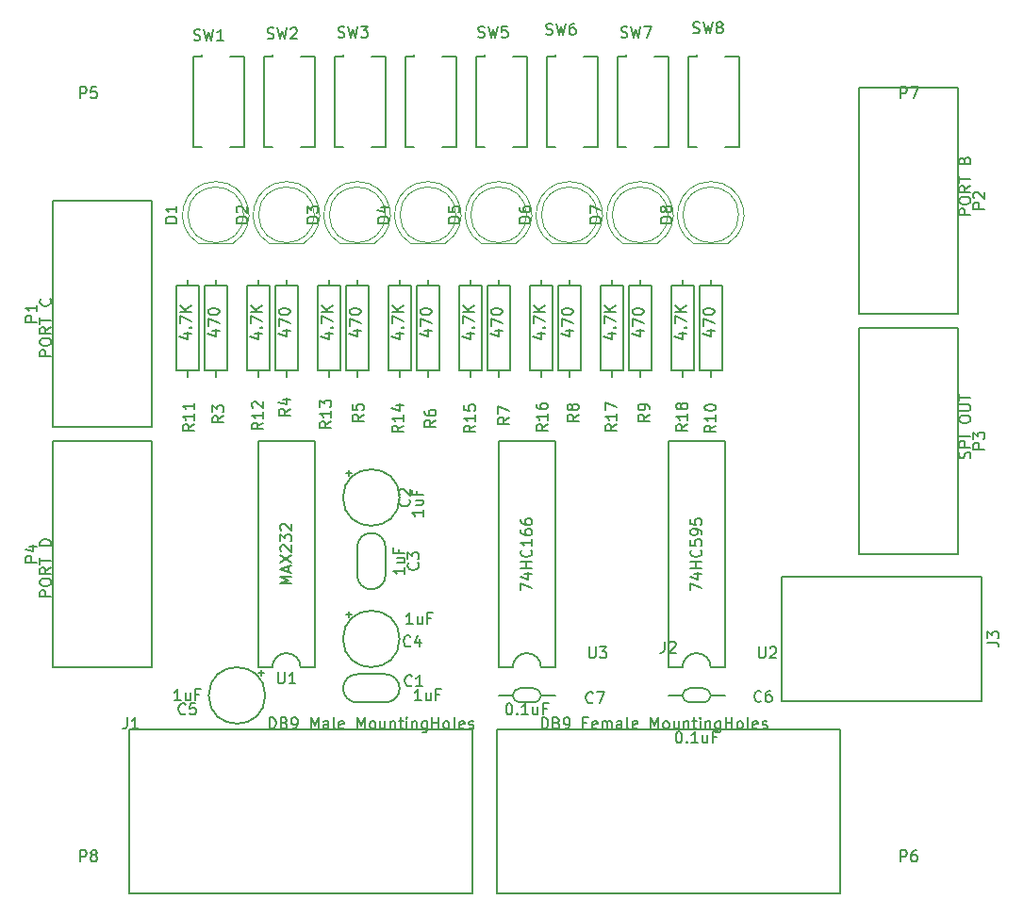
<source format=gbr>
G04 #@! TF.GenerationSoftware,KiCad,Pcbnew,(5.1.0-1546-g4fcfd266e)*
G04 #@! TF.CreationDate,2019-09-02T12:51:06-07:00*
G04 #@! TF.ProjectId,300-1005,3330302d-3130-4303-952e-6b696361645f,rev?*
G04 #@! TF.SameCoordinates,Original*
G04 #@! TF.FileFunction,Legend,Top*
G04 #@! TF.FilePolarity,Positive*
%FSLAX46Y46*%
G04 Gerber Fmt 4.6, Leading zero omitted, Abs format (unit mm)*
G04 Created by KiCad (PCBNEW (5.1.0-1546-g4fcfd266e)) date 2019-09-02 12:51:06*
%MOMM*%
%LPD*%
G04 APERTURE LIST*
%ADD10C,0.150000*%
%ADD11C,0.120000*%
G04 APERTURE END LIST*
D10*
X153670000Y-81280000D02*
G75*
G03X152400000Y-80010000I-1270000J0D01*
G01*
X152400000Y-80010000D02*
G75*
G03X151130000Y-81280000I0J-1270000D01*
G01*
X149860000Y-81280000D02*
X149860000Y-60960000D01*
X154940000Y-60960000D02*
X154940000Y-81280000D01*
X149860000Y-60960000D02*
X154940000Y-60960000D01*
X154940000Y-81280000D02*
X153670000Y-81280000D01*
X151130000Y-81280000D02*
X149860000Y-81280000D01*
X168910000Y-81280000D02*
G75*
G03X167640000Y-80010000I-1270000J0D01*
G01*
X167640000Y-80010000D02*
G75*
G03X166370000Y-81280000I0J-1270000D01*
G01*
X165100000Y-81280000D02*
X165100000Y-60960000D01*
X170180000Y-60960000D02*
X170180000Y-81280000D01*
X165100000Y-60960000D02*
X170180000Y-60960000D01*
X170180000Y-81280000D02*
X168910000Y-81280000D01*
X166370000Y-81280000D02*
X165100000Y-81280000D01*
X171450000Y-34544000D02*
X170180000Y-34544000D01*
X171450000Y-34290000D02*
X171450000Y-34544000D01*
X171450000Y-26416000D02*
X171450000Y-34290000D01*
X170180000Y-26416000D02*
X171450000Y-26416000D01*
X167640000Y-26289000D02*
X167640000Y-26416000D01*
X166878000Y-26416000D02*
X167640000Y-26416000D01*
X166878000Y-34544000D02*
X166878000Y-26416000D01*
X167640000Y-34544000D02*
X166878000Y-34544000D01*
X165100000Y-34544000D02*
X163830000Y-34544000D01*
X165100000Y-34290000D02*
X165100000Y-34544000D01*
X165100000Y-26416000D02*
X165100000Y-34290000D01*
X163830000Y-26416000D02*
X165100000Y-26416000D01*
X161290000Y-26289000D02*
X161290000Y-26416000D01*
X160528000Y-26416000D02*
X161290000Y-26416000D01*
X160528000Y-34544000D02*
X160528000Y-26416000D01*
X161290000Y-34544000D02*
X160528000Y-34544000D01*
X158750000Y-34544000D02*
X157480000Y-34544000D01*
X158750000Y-34290000D02*
X158750000Y-34544000D01*
X158750000Y-26416000D02*
X158750000Y-34290000D01*
X157480000Y-26416000D02*
X158750000Y-26416000D01*
X154940000Y-26289000D02*
X154940000Y-26416000D01*
X154178000Y-26416000D02*
X154940000Y-26416000D01*
X154178000Y-34544000D02*
X154178000Y-26416000D01*
X154940000Y-34544000D02*
X154178000Y-34544000D01*
X152400000Y-34544000D02*
X151130000Y-34544000D01*
X152400000Y-34290000D02*
X152400000Y-34544000D01*
X152400000Y-26416000D02*
X152400000Y-34290000D01*
X151130000Y-26416000D02*
X152400000Y-26416000D01*
X148590000Y-26289000D02*
X148590000Y-26416000D01*
X147828000Y-26416000D02*
X148590000Y-26416000D01*
X147828000Y-34544000D02*
X147828000Y-26416000D01*
X148590000Y-34544000D02*
X147828000Y-34544000D01*
X146050000Y-34544000D02*
X144780000Y-34544000D01*
X146050000Y-34290000D02*
X146050000Y-34544000D01*
X146050000Y-26416000D02*
X146050000Y-34290000D01*
X144780000Y-26416000D02*
X146050000Y-26416000D01*
X142240000Y-26289000D02*
X142240000Y-26416000D01*
X141478000Y-26416000D02*
X142240000Y-26416000D01*
X141478000Y-34544000D02*
X141478000Y-26416000D01*
X142240000Y-34544000D02*
X141478000Y-34544000D01*
X139700000Y-34544000D02*
X138430000Y-34544000D01*
X139700000Y-34290000D02*
X139700000Y-34544000D01*
X139700000Y-26416000D02*
X139700000Y-34290000D01*
X138430000Y-26416000D02*
X139700000Y-26416000D01*
X135890000Y-26289000D02*
X135890000Y-26416000D01*
X135128000Y-26416000D02*
X135890000Y-26416000D01*
X135128000Y-34544000D02*
X135128000Y-26416000D01*
X135890000Y-34544000D02*
X135128000Y-34544000D01*
X133350000Y-34544000D02*
X132080000Y-34544000D01*
X133350000Y-34290000D02*
X133350000Y-34544000D01*
X133350000Y-26416000D02*
X133350000Y-34290000D01*
X132080000Y-26416000D02*
X133350000Y-26416000D01*
X129540000Y-26289000D02*
X129540000Y-26416000D01*
X128778000Y-26416000D02*
X129540000Y-26416000D01*
X128778000Y-34544000D02*
X128778000Y-26416000D01*
X129540000Y-34544000D02*
X128778000Y-34544000D01*
X127000000Y-34544000D02*
X125730000Y-34544000D01*
X127000000Y-34290000D02*
X127000000Y-34544000D01*
X127000000Y-26416000D02*
X127000000Y-34290000D01*
X125730000Y-26416000D02*
X127000000Y-26416000D01*
X123190000Y-26289000D02*
X123190000Y-26416000D01*
X122428000Y-26416000D02*
X123190000Y-26416000D01*
X122428000Y-34544000D02*
X122428000Y-26416000D01*
X123190000Y-34544000D02*
X122428000Y-34544000D01*
X167386000Y-54610000D02*
X167386000Y-46990000D01*
X165354000Y-46990000D02*
X165354000Y-54610000D01*
X166370000Y-55245000D02*
X166370000Y-54610000D01*
X166370000Y-46990000D02*
X166370000Y-46482000D01*
X167386000Y-54610000D02*
X165354000Y-54610000D01*
X167386000Y-46990000D02*
X165354000Y-46990000D01*
X161036000Y-54610000D02*
X161036000Y-46990000D01*
X159004000Y-46990000D02*
X159004000Y-54610000D01*
X160020000Y-55245000D02*
X160020000Y-54610000D01*
X160020000Y-46990000D02*
X160020000Y-46482000D01*
X161036000Y-54610000D02*
X159004000Y-54610000D01*
X161036000Y-46990000D02*
X159004000Y-46990000D01*
X154686000Y-54610000D02*
X154686000Y-46990000D01*
X152654000Y-46990000D02*
X152654000Y-54610000D01*
X153670000Y-55245000D02*
X153670000Y-54610000D01*
X153670000Y-46990000D02*
X153670000Y-46482000D01*
X154686000Y-54610000D02*
X152654000Y-54610000D01*
X154686000Y-46990000D02*
X152654000Y-46990000D01*
X148336000Y-54610000D02*
X148336000Y-46990000D01*
X146304000Y-46990000D02*
X146304000Y-54610000D01*
X147320000Y-55245000D02*
X147320000Y-54610000D01*
X147320000Y-46990000D02*
X147320000Y-46482000D01*
X148336000Y-54610000D02*
X146304000Y-54610000D01*
X148336000Y-46990000D02*
X146304000Y-46990000D01*
X141986000Y-54610000D02*
X141986000Y-46990000D01*
X139954000Y-46990000D02*
X139954000Y-54610000D01*
X140970000Y-55245000D02*
X140970000Y-54610000D01*
X140970000Y-46990000D02*
X140970000Y-46482000D01*
X141986000Y-54610000D02*
X139954000Y-54610000D01*
X141986000Y-46990000D02*
X139954000Y-46990000D01*
X135636000Y-54610000D02*
X135636000Y-46990000D01*
X133604000Y-46990000D02*
X133604000Y-54610000D01*
X134620000Y-55245000D02*
X134620000Y-54610000D01*
X134620000Y-46990000D02*
X134620000Y-46482000D01*
X135636000Y-54610000D02*
X133604000Y-54610000D01*
X135636000Y-46990000D02*
X133604000Y-46990000D01*
X129286000Y-54610000D02*
X129286000Y-46990000D01*
X127254000Y-46990000D02*
X127254000Y-54610000D01*
X128270000Y-55245000D02*
X128270000Y-54610000D01*
X128270000Y-46990000D02*
X128270000Y-46482000D01*
X129286000Y-54610000D02*
X127254000Y-54610000D01*
X129286000Y-46990000D02*
X127254000Y-46990000D01*
X122936000Y-54610000D02*
X122936000Y-46990000D01*
X120904000Y-46990000D02*
X120904000Y-54610000D01*
X121920000Y-55245000D02*
X121920000Y-54610000D01*
X121920000Y-46990000D02*
X121920000Y-46482000D01*
X122936000Y-54610000D02*
X120904000Y-54610000D01*
X122936000Y-46990000D02*
X120904000Y-46990000D01*
X169926000Y-54610000D02*
X169926000Y-46990000D01*
X167894000Y-46990000D02*
X167894000Y-54610000D01*
X168910000Y-55245000D02*
X168910000Y-54610000D01*
X168910000Y-46990000D02*
X168910000Y-46482000D01*
X169926000Y-54610000D02*
X167894000Y-54610000D01*
X169926000Y-46990000D02*
X167894000Y-46990000D01*
X163576000Y-54610000D02*
X163576000Y-46990000D01*
X161544000Y-46990000D02*
X161544000Y-54610000D01*
X162560000Y-55245000D02*
X162560000Y-54610000D01*
X162560000Y-46990000D02*
X162560000Y-46482000D01*
X163576000Y-54610000D02*
X161544000Y-54610000D01*
X163576000Y-46990000D02*
X161544000Y-46990000D01*
X157226000Y-54610000D02*
X157226000Y-46990000D01*
X155194000Y-46990000D02*
X155194000Y-54610000D01*
X156210000Y-55245000D02*
X156210000Y-54610000D01*
X156210000Y-46990000D02*
X156210000Y-46482000D01*
X157226000Y-54610000D02*
X155194000Y-54610000D01*
X157226000Y-46990000D02*
X155194000Y-46990000D01*
X150876000Y-54610000D02*
X150876000Y-46990000D01*
X148844000Y-46990000D02*
X148844000Y-54610000D01*
X149860000Y-55245000D02*
X149860000Y-54610000D01*
X149860000Y-46990000D02*
X149860000Y-46482000D01*
X150876000Y-54610000D02*
X148844000Y-54610000D01*
X150876000Y-46990000D02*
X148844000Y-46990000D01*
X144526000Y-54610000D02*
X144526000Y-46990000D01*
X142494000Y-46990000D02*
X142494000Y-54610000D01*
X143510000Y-55245000D02*
X143510000Y-54610000D01*
X143510000Y-46990000D02*
X143510000Y-46482000D01*
X144526000Y-54610000D02*
X142494000Y-54610000D01*
X144526000Y-46990000D02*
X142494000Y-46990000D01*
X138176000Y-54610000D02*
X138176000Y-46990000D01*
X136144000Y-46990000D02*
X136144000Y-54610000D01*
X137160000Y-55245000D02*
X137160000Y-54610000D01*
X137160000Y-46990000D02*
X137160000Y-46482000D01*
X138176000Y-54610000D02*
X136144000Y-54610000D01*
X138176000Y-46990000D02*
X136144000Y-46990000D01*
X131826000Y-54610000D02*
X131826000Y-46990000D01*
X129794000Y-46990000D02*
X129794000Y-54610000D01*
X130810000Y-55245000D02*
X130810000Y-54610000D01*
X130810000Y-46990000D02*
X130810000Y-46482000D01*
X131826000Y-54610000D02*
X129794000Y-54610000D01*
X131826000Y-46990000D02*
X129794000Y-46990000D01*
X125476000Y-54610000D02*
X125476000Y-46990000D01*
X123444000Y-46990000D02*
X123444000Y-54610000D01*
X124460000Y-55245000D02*
X124460000Y-54610000D01*
X124460000Y-46990000D02*
X124460000Y-46482000D01*
X125476000Y-54610000D02*
X123444000Y-54610000D01*
X125476000Y-46990000D02*
X123444000Y-46990000D01*
X184150000Y-50800000D02*
X189230000Y-50800000D01*
X189230000Y-71120000D02*
X184150000Y-71120000D01*
X184150000Y-71120000D02*
X182245000Y-71120000D01*
X182245000Y-71120000D02*
X182245000Y-50800000D01*
X182245000Y-50800000D02*
X184150000Y-50800000D01*
X189230000Y-71120000D02*
X191135000Y-71120000D01*
X191135000Y-71120000D02*
X191135000Y-50800000D01*
X191135000Y-50800000D02*
X189230000Y-50800000D01*
X184150000Y-29210000D02*
X189230000Y-29210000D01*
X189230000Y-49530000D02*
X184150000Y-49530000D01*
X184150000Y-49530000D02*
X182245000Y-49530000D01*
X182245000Y-49530000D02*
X182245000Y-29210000D01*
X182245000Y-29210000D02*
X184150000Y-29210000D01*
X189230000Y-49530000D02*
X191135000Y-49530000D01*
X191135000Y-49530000D02*
X191135000Y-29210000D01*
X191135000Y-29210000D02*
X189230000Y-29210000D01*
X193270000Y-84340000D02*
X175270000Y-84340000D01*
X175270000Y-73140000D02*
X193220000Y-73140000D01*
X175270000Y-84340000D02*
X175270000Y-73140000D01*
X193270000Y-73140000D02*
X193270000Y-78740000D01*
X193270000Y-78740000D02*
X193270000Y-84340000D01*
D11*
X168910462Y-37650000D02*
G75*
G03X167365170Y-43200000I-462J-2990000D01*
G01*
X168909538Y-37650000D02*
G75*
G02X170454830Y-43200000I462J-2990000D01*
G01*
X171410000Y-40640000D02*
G75*
G03X171410000Y-40640000I-2500000J0D01*
G01*
X167365000Y-43200000D02*
X170455000Y-43200000D01*
X162560462Y-37650000D02*
G75*
G03X161015170Y-43200000I-462J-2990000D01*
G01*
X162559538Y-37650000D02*
G75*
G02X164104830Y-43200000I462J-2990000D01*
G01*
X165060000Y-40640000D02*
G75*
G03X165060000Y-40640000I-2500000J0D01*
G01*
X161015000Y-43200000D02*
X164105000Y-43200000D01*
X156210462Y-37650000D02*
G75*
G03X154665170Y-43200000I-462J-2990000D01*
G01*
X156209538Y-37650000D02*
G75*
G02X157754830Y-43200000I462J-2990000D01*
G01*
X158710000Y-40640000D02*
G75*
G03X158710000Y-40640000I-2500000J0D01*
G01*
X154665000Y-43200000D02*
X157755000Y-43200000D01*
X149860462Y-37650000D02*
G75*
G03X148315170Y-43200000I-462J-2990000D01*
G01*
X149859538Y-37650000D02*
G75*
G02X151404830Y-43200000I462J-2990000D01*
G01*
X152360000Y-40640000D02*
G75*
G03X152360000Y-40640000I-2500000J0D01*
G01*
X148315000Y-43200000D02*
X151405000Y-43200000D01*
X143510462Y-37650000D02*
G75*
G03X141965170Y-43200000I-462J-2990000D01*
G01*
X143509538Y-37650000D02*
G75*
G02X145054830Y-43200000I462J-2990000D01*
G01*
X146010000Y-40640000D02*
G75*
G03X146010000Y-40640000I-2500000J0D01*
G01*
X141965000Y-43200000D02*
X145055000Y-43200000D01*
X137160462Y-37650000D02*
G75*
G03X135615170Y-43200000I-462J-2990000D01*
G01*
X137159538Y-37650000D02*
G75*
G02X138704830Y-43200000I462J-2990000D01*
G01*
X139660000Y-40640000D02*
G75*
G03X139660000Y-40640000I-2500000J0D01*
G01*
X135615000Y-43200000D02*
X138705000Y-43200000D01*
X130810462Y-37650000D02*
G75*
G03X129265170Y-43200000I-462J-2990000D01*
G01*
X130809538Y-37650000D02*
G75*
G02X132354830Y-43200000I462J-2990000D01*
G01*
X133310000Y-40640000D02*
G75*
G03X133310000Y-40640000I-2500000J0D01*
G01*
X129265000Y-43200000D02*
X132355000Y-43200000D01*
X124460462Y-37650000D02*
G75*
G03X122915170Y-43200000I-462J-2990000D01*
G01*
X124459538Y-37650000D02*
G75*
G02X126004830Y-43200000I462J-2990000D01*
G01*
X126960000Y-40640000D02*
G75*
G03X126960000Y-40640000I-2500000J0D01*
G01*
X122915000Y-43200000D02*
X126005000Y-43200000D01*
D10*
X149860000Y-83820000D02*
X151130000Y-83820000D01*
X154940000Y-83820000D02*
X153670000Y-83820000D01*
X151765000Y-83185000D02*
X153035000Y-83185000D01*
X151765000Y-84455000D02*
X153035000Y-84455000D01*
X151765000Y-83185000D02*
G75*
G03X151130000Y-83820000I0J-635000D01*
G01*
X151130000Y-83820000D02*
G75*
G03X151765000Y-84455000I635000J0D01*
G01*
X153670000Y-83820000D02*
G75*
G03X153035000Y-83185000I-635000J0D01*
G01*
X153035000Y-84455000D02*
G75*
G03X153670000Y-83820000I0J635000D01*
G01*
X165100000Y-83820000D02*
X166370000Y-83820000D01*
X170180000Y-83820000D02*
X168910000Y-83820000D01*
X167005000Y-83185000D02*
X168275000Y-83185000D01*
X167005000Y-84455000D02*
X168275000Y-84455000D01*
X167005000Y-83185000D02*
G75*
G03X166370000Y-83820000I0J-635000D01*
G01*
X166370000Y-83820000D02*
G75*
G03X167005000Y-84455000I635000J0D01*
G01*
X168910000Y-83820000D02*
G75*
G03X168275000Y-83185000I-635000J0D01*
G01*
X168275000Y-84455000D02*
G75*
G03X168910000Y-83820000I0J635000D01*
G01*
X128905000Y-83820000D02*
G75*
G03X128905000Y-83820000I-2540000J0D01*
G01*
X128524000Y-81534000D02*
X128524000Y-82042000D01*
X128778000Y-81788000D02*
X128270000Y-81788000D01*
X132080000Y-81280000D02*
G75*
G03X130810000Y-80010000I-1270000J0D01*
G01*
X130810000Y-80010000D02*
G75*
G03X129540000Y-81280000I0J-1270000D01*
G01*
X128270000Y-81280000D02*
X128270000Y-60960000D01*
X133350000Y-60960000D02*
X133350000Y-81280000D01*
X128270000Y-60960000D02*
X133350000Y-60960000D01*
X133350000Y-81280000D02*
X132080000Y-81280000D01*
X129540000Y-81280000D02*
X128270000Y-81280000D01*
X116840000Y-81280000D02*
X111760000Y-81280000D01*
X111760000Y-60960000D02*
X116840000Y-60960000D01*
X116840000Y-60960000D02*
X118745000Y-60960000D01*
X118745000Y-60960000D02*
X118745000Y-81280000D01*
X118745000Y-81280000D02*
X116840000Y-81280000D01*
X111760000Y-60960000D02*
X109855000Y-60960000D01*
X109855000Y-60960000D02*
X109855000Y-81280000D01*
X109855000Y-81280000D02*
X111760000Y-81280000D01*
X116840000Y-59690000D02*
X111760000Y-59690000D01*
X111760000Y-39370000D02*
X116840000Y-39370000D01*
X116840000Y-39370000D02*
X118745000Y-39370000D01*
X118745000Y-39370000D02*
X118745000Y-59690000D01*
X118745000Y-59690000D02*
X116840000Y-59690000D01*
X111760000Y-39370000D02*
X109855000Y-39370000D01*
X109855000Y-39370000D02*
X109855000Y-59690000D01*
X109855000Y-59690000D02*
X111760000Y-59690000D01*
X165100000Y-101600000D02*
X149700000Y-101600000D01*
X165100000Y-101600000D02*
X180500000Y-101600000D01*
X180500000Y-86860000D02*
X180500000Y-101600000D01*
X149700000Y-86860000D02*
X180500000Y-86860000D01*
X149700000Y-101600000D02*
X149700000Y-86860000D01*
X132080000Y-101600000D02*
X116680000Y-101600000D01*
X132080000Y-101600000D02*
X147480000Y-101600000D01*
X147480000Y-86860000D02*
X147480000Y-101600000D01*
X116680000Y-86860000D02*
X147480000Y-86860000D01*
X116680000Y-101600000D02*
X116680000Y-86860000D01*
X140970000Y-78740000D02*
G75*
G03X140970000Y-78740000I-2540000J0D01*
G01*
X136144000Y-76581000D02*
X136652000Y-76581000D01*
X136398000Y-76327000D02*
X136398000Y-76835000D01*
X137160000Y-73025000D02*
X137160000Y-70485000D01*
X139700000Y-70485000D02*
X139700000Y-73025000D01*
X138430000Y-74295000D02*
G75*
G03X139700000Y-73025000I0J1270000D01*
G01*
X137160000Y-73025000D02*
G75*
G03X138430000Y-74295000I1270000J0D01*
G01*
X138430000Y-69215000D02*
G75*
G03X137160000Y-70485000I0J-1270000D01*
G01*
X139700000Y-70485000D02*
G75*
G03X138430000Y-69215000I-1270000J0D01*
G01*
X140970000Y-66040000D02*
G75*
G03X140970000Y-66040000I-2540000J0D01*
G01*
X136144000Y-63881000D02*
X136652000Y-63881000D01*
X136398000Y-63627000D02*
X136398000Y-64135000D01*
X137160000Y-81915000D02*
X139700000Y-81915000D01*
X139700000Y-84455000D02*
X137160000Y-84455000D01*
X135890000Y-83185000D02*
G75*
G03X137160000Y-84455000I1270000J0D01*
G01*
X137160000Y-81915000D02*
G75*
G03X135890000Y-83185000I0J-1270000D01*
G01*
X140970000Y-83185000D02*
G75*
G03X139700000Y-81915000I-1270000J0D01*
G01*
X139700000Y-84455000D02*
G75*
G03X140970000Y-83185000I0J1270000D01*
G01*
X157988095Y-79462380D02*
X157988095Y-80271904D01*
X158035714Y-80367142D01*
X158083333Y-80414761D01*
X158178571Y-80462380D01*
X158369047Y-80462380D01*
X158464285Y-80414761D01*
X158511904Y-80367142D01*
X158559523Y-80271904D01*
X158559523Y-79462380D01*
X158940476Y-79462380D02*
X159559523Y-79462380D01*
X159226190Y-79843333D01*
X159369047Y-79843333D01*
X159464285Y-79890952D01*
X159511904Y-79938571D01*
X159559523Y-80033809D01*
X159559523Y-80271904D01*
X159511904Y-80367142D01*
X159464285Y-80414761D01*
X159369047Y-80462380D01*
X159083333Y-80462380D01*
X158988095Y-80414761D01*
X158940476Y-80367142D01*
X151852380Y-74381904D02*
X151852380Y-73715238D01*
X152852380Y-74143809D01*
X152185714Y-72905714D02*
X152852380Y-72905714D01*
X151804761Y-73143809D02*
X152519047Y-73381904D01*
X152519047Y-72762857D01*
X152852380Y-72381904D02*
X151852380Y-72381904D01*
X152328571Y-72381904D02*
X152328571Y-71810476D01*
X152852380Y-71810476D02*
X151852380Y-71810476D01*
X152757142Y-70762857D02*
X152804761Y-70810476D01*
X152852380Y-70953333D01*
X152852380Y-71048571D01*
X152804761Y-71191428D01*
X152709523Y-71286666D01*
X152614285Y-71334285D01*
X152423809Y-71381904D01*
X152280952Y-71381904D01*
X152090476Y-71334285D01*
X151995238Y-71286666D01*
X151900000Y-71191428D01*
X151852380Y-71048571D01*
X151852380Y-70953333D01*
X151900000Y-70810476D01*
X151947619Y-70762857D01*
X152852380Y-69810476D02*
X152852380Y-70381904D01*
X152852380Y-70096190D02*
X151852380Y-70096190D01*
X151995238Y-70191428D01*
X152090476Y-70286666D01*
X152138095Y-70381904D01*
X151852380Y-68953333D02*
X151852380Y-69143809D01*
X151900000Y-69239047D01*
X151947619Y-69286666D01*
X152090476Y-69381904D01*
X152280952Y-69429523D01*
X152661904Y-69429523D01*
X152757142Y-69381904D01*
X152804761Y-69334285D01*
X152852380Y-69239047D01*
X152852380Y-69048571D01*
X152804761Y-68953333D01*
X152757142Y-68905714D01*
X152661904Y-68858095D01*
X152423809Y-68858095D01*
X152328571Y-68905714D01*
X152280952Y-68953333D01*
X152233333Y-69048571D01*
X152233333Y-69239047D01*
X152280952Y-69334285D01*
X152328571Y-69381904D01*
X152423809Y-69429523D01*
X151852380Y-68000952D02*
X151852380Y-68191428D01*
X151900000Y-68286666D01*
X151947619Y-68334285D01*
X152090476Y-68429523D01*
X152280952Y-68477142D01*
X152661904Y-68477142D01*
X152757142Y-68429523D01*
X152804761Y-68381904D01*
X152852380Y-68286666D01*
X152852380Y-68096190D01*
X152804761Y-68000952D01*
X152757142Y-67953333D01*
X152661904Y-67905714D01*
X152423809Y-67905714D01*
X152328571Y-67953333D01*
X152280952Y-68000952D01*
X152233333Y-68096190D01*
X152233333Y-68286666D01*
X152280952Y-68381904D01*
X152328571Y-68429523D01*
X152423809Y-68477142D01*
X173228095Y-79462380D02*
X173228095Y-80271904D01*
X173275714Y-80367142D01*
X173323333Y-80414761D01*
X173418571Y-80462380D01*
X173609047Y-80462380D01*
X173704285Y-80414761D01*
X173751904Y-80367142D01*
X173799523Y-80271904D01*
X173799523Y-79462380D01*
X174228095Y-79557619D02*
X174275714Y-79510000D01*
X174370952Y-79462380D01*
X174609047Y-79462380D01*
X174704285Y-79510000D01*
X174751904Y-79557619D01*
X174799523Y-79652857D01*
X174799523Y-79748095D01*
X174751904Y-79890952D01*
X174180476Y-80462380D01*
X174799523Y-80462380D01*
X167092380Y-74381904D02*
X167092380Y-73715238D01*
X168092380Y-74143809D01*
X167425714Y-72905714D02*
X168092380Y-72905714D01*
X167044761Y-73143809D02*
X167759047Y-73381904D01*
X167759047Y-72762857D01*
X168092380Y-72381904D02*
X167092380Y-72381904D01*
X167568571Y-72381904D02*
X167568571Y-71810476D01*
X168092380Y-71810476D02*
X167092380Y-71810476D01*
X167997142Y-70762857D02*
X168044761Y-70810476D01*
X168092380Y-70953333D01*
X168092380Y-71048571D01*
X168044761Y-71191428D01*
X167949523Y-71286666D01*
X167854285Y-71334285D01*
X167663809Y-71381904D01*
X167520952Y-71381904D01*
X167330476Y-71334285D01*
X167235238Y-71286666D01*
X167140000Y-71191428D01*
X167092380Y-71048571D01*
X167092380Y-70953333D01*
X167140000Y-70810476D01*
X167187619Y-70762857D01*
X167092380Y-69858095D02*
X167092380Y-70334285D01*
X167568571Y-70381904D01*
X167520952Y-70334285D01*
X167473333Y-70239047D01*
X167473333Y-70000952D01*
X167520952Y-69905714D01*
X167568571Y-69858095D01*
X167663809Y-69810476D01*
X167901904Y-69810476D01*
X167997142Y-69858095D01*
X168044761Y-69905714D01*
X168092380Y-70000952D01*
X168092380Y-70239047D01*
X168044761Y-70334285D01*
X167997142Y-70381904D01*
X168092380Y-69334285D02*
X168092380Y-69143809D01*
X168044761Y-69048571D01*
X167997142Y-69000952D01*
X167854285Y-68905714D01*
X167663809Y-68858095D01*
X167282857Y-68858095D01*
X167187619Y-68905714D01*
X167140000Y-68953333D01*
X167092380Y-69048571D01*
X167092380Y-69239047D01*
X167140000Y-69334285D01*
X167187619Y-69381904D01*
X167282857Y-69429523D01*
X167520952Y-69429523D01*
X167616190Y-69381904D01*
X167663809Y-69334285D01*
X167711428Y-69239047D01*
X167711428Y-69048571D01*
X167663809Y-68953333D01*
X167616190Y-68905714D01*
X167520952Y-68858095D01*
X167092380Y-67953333D02*
X167092380Y-68429523D01*
X167568571Y-68477142D01*
X167520952Y-68429523D01*
X167473333Y-68334285D01*
X167473333Y-68096190D01*
X167520952Y-68000952D01*
X167568571Y-67953333D01*
X167663809Y-67905714D01*
X167901904Y-67905714D01*
X167997142Y-67953333D01*
X168044761Y-68000952D01*
X168092380Y-68096190D01*
X168092380Y-68334285D01*
X168044761Y-68429523D01*
X167997142Y-68477142D01*
X167322666Y-24280761D02*
X167465523Y-24328380D01*
X167703619Y-24328380D01*
X167798857Y-24280761D01*
X167846476Y-24233142D01*
X167894095Y-24137904D01*
X167894095Y-24042666D01*
X167846476Y-23947428D01*
X167798857Y-23899809D01*
X167703619Y-23852190D01*
X167513142Y-23804571D01*
X167417904Y-23756952D01*
X167370285Y-23709333D01*
X167322666Y-23614095D01*
X167322666Y-23518857D01*
X167370285Y-23423619D01*
X167417904Y-23376000D01*
X167513142Y-23328380D01*
X167751238Y-23328380D01*
X167894095Y-23376000D01*
X168227428Y-23328380D02*
X168465523Y-24328380D01*
X168656000Y-23614095D01*
X168846476Y-24328380D01*
X169084571Y-23328380D01*
X169608380Y-23756952D02*
X169513142Y-23709333D01*
X169465523Y-23661714D01*
X169417904Y-23566476D01*
X169417904Y-23518857D01*
X169465523Y-23423619D01*
X169513142Y-23376000D01*
X169608380Y-23328380D01*
X169798857Y-23328380D01*
X169894095Y-23376000D01*
X169941714Y-23423619D01*
X169989333Y-23518857D01*
X169989333Y-23566476D01*
X169941714Y-23661714D01*
X169894095Y-23709333D01*
X169798857Y-23756952D01*
X169608380Y-23756952D01*
X169513142Y-23804571D01*
X169465523Y-23852190D01*
X169417904Y-23947428D01*
X169417904Y-24137904D01*
X169465523Y-24233142D01*
X169513142Y-24280761D01*
X169608380Y-24328380D01*
X169798857Y-24328380D01*
X169894095Y-24280761D01*
X169941714Y-24233142D01*
X169989333Y-24137904D01*
X169989333Y-23947428D01*
X169941714Y-23852190D01*
X169894095Y-23804571D01*
X169798857Y-23756952D01*
X160845666Y-24661761D02*
X160988523Y-24709380D01*
X161226619Y-24709380D01*
X161321857Y-24661761D01*
X161369476Y-24614142D01*
X161417095Y-24518904D01*
X161417095Y-24423666D01*
X161369476Y-24328428D01*
X161321857Y-24280809D01*
X161226619Y-24233190D01*
X161036142Y-24185571D01*
X160940904Y-24137952D01*
X160893285Y-24090333D01*
X160845666Y-23995095D01*
X160845666Y-23899857D01*
X160893285Y-23804619D01*
X160940904Y-23757000D01*
X161036142Y-23709380D01*
X161274238Y-23709380D01*
X161417095Y-23757000D01*
X161750428Y-23709380D02*
X161988523Y-24709380D01*
X162179000Y-23995095D01*
X162369476Y-24709380D01*
X162607571Y-23709380D01*
X162893285Y-23709380D02*
X163559952Y-23709380D01*
X163131380Y-24709380D01*
X154114666Y-24407761D02*
X154257523Y-24455380D01*
X154495619Y-24455380D01*
X154590857Y-24407761D01*
X154638476Y-24360142D01*
X154686095Y-24264904D01*
X154686095Y-24169666D01*
X154638476Y-24074428D01*
X154590857Y-24026809D01*
X154495619Y-23979190D01*
X154305142Y-23931571D01*
X154209904Y-23883952D01*
X154162285Y-23836333D01*
X154114666Y-23741095D01*
X154114666Y-23645857D01*
X154162285Y-23550619D01*
X154209904Y-23503000D01*
X154305142Y-23455380D01*
X154543238Y-23455380D01*
X154686095Y-23503000D01*
X155019428Y-23455380D02*
X155257523Y-24455380D01*
X155448000Y-23741095D01*
X155638476Y-24455380D01*
X155876571Y-23455380D01*
X156686095Y-23455380D02*
X156495619Y-23455380D01*
X156400380Y-23503000D01*
X156352761Y-23550619D01*
X156257523Y-23693476D01*
X156209904Y-23883952D01*
X156209904Y-24264904D01*
X156257523Y-24360142D01*
X156305142Y-24407761D01*
X156400380Y-24455380D01*
X156590857Y-24455380D01*
X156686095Y-24407761D01*
X156733714Y-24360142D01*
X156781333Y-24264904D01*
X156781333Y-24026809D01*
X156733714Y-23931571D01*
X156686095Y-23883952D01*
X156590857Y-23836333D01*
X156400380Y-23836333D01*
X156305142Y-23883952D01*
X156257523Y-23931571D01*
X156209904Y-24026809D01*
X148018666Y-24661761D02*
X148161523Y-24709380D01*
X148399619Y-24709380D01*
X148494857Y-24661761D01*
X148542476Y-24614142D01*
X148590095Y-24518904D01*
X148590095Y-24423666D01*
X148542476Y-24328428D01*
X148494857Y-24280809D01*
X148399619Y-24233190D01*
X148209142Y-24185571D01*
X148113904Y-24137952D01*
X148066285Y-24090333D01*
X148018666Y-23995095D01*
X148018666Y-23899857D01*
X148066285Y-23804619D01*
X148113904Y-23757000D01*
X148209142Y-23709380D01*
X148447238Y-23709380D01*
X148590095Y-23757000D01*
X148923428Y-23709380D02*
X149161523Y-24709380D01*
X149352000Y-23995095D01*
X149542476Y-24709380D01*
X149780571Y-23709380D01*
X150637714Y-23709380D02*
X150161523Y-23709380D01*
X150113904Y-24185571D01*
X150161523Y-24137952D01*
X150256761Y-24090333D01*
X150494857Y-24090333D01*
X150590095Y-24137952D01*
X150637714Y-24185571D01*
X150685333Y-24280809D01*
X150685333Y-24518904D01*
X150637714Y-24614142D01*
X150590095Y-24661761D01*
X150494857Y-24709380D01*
X150256761Y-24709380D01*
X150161523Y-24661761D01*
X150113904Y-24614142D01*
X135445666Y-24661761D02*
X135588523Y-24709380D01*
X135826619Y-24709380D01*
X135921857Y-24661761D01*
X135969476Y-24614142D01*
X136017095Y-24518904D01*
X136017095Y-24423666D01*
X135969476Y-24328428D01*
X135921857Y-24280809D01*
X135826619Y-24233190D01*
X135636142Y-24185571D01*
X135540904Y-24137952D01*
X135493285Y-24090333D01*
X135445666Y-23995095D01*
X135445666Y-23899857D01*
X135493285Y-23804619D01*
X135540904Y-23757000D01*
X135636142Y-23709380D01*
X135874238Y-23709380D01*
X136017095Y-23757000D01*
X136350428Y-23709380D02*
X136588523Y-24709380D01*
X136779000Y-23995095D01*
X136969476Y-24709380D01*
X137207571Y-23709380D01*
X137493285Y-23709380D02*
X138112333Y-23709380D01*
X137779000Y-24090333D01*
X137921857Y-24090333D01*
X138017095Y-24137952D01*
X138064714Y-24185571D01*
X138112333Y-24280809D01*
X138112333Y-24518904D01*
X138064714Y-24614142D01*
X138017095Y-24661761D01*
X137921857Y-24709380D01*
X137636142Y-24709380D01*
X137540904Y-24661761D01*
X137493285Y-24614142D01*
X129095666Y-24788761D02*
X129238523Y-24836380D01*
X129476619Y-24836380D01*
X129571857Y-24788761D01*
X129619476Y-24741142D01*
X129667095Y-24645904D01*
X129667095Y-24550666D01*
X129619476Y-24455428D01*
X129571857Y-24407809D01*
X129476619Y-24360190D01*
X129286142Y-24312571D01*
X129190904Y-24264952D01*
X129143285Y-24217333D01*
X129095666Y-24122095D01*
X129095666Y-24026857D01*
X129143285Y-23931619D01*
X129190904Y-23884000D01*
X129286142Y-23836380D01*
X129524238Y-23836380D01*
X129667095Y-23884000D01*
X130000428Y-23836380D02*
X130238523Y-24836380D01*
X130429000Y-24122095D01*
X130619476Y-24836380D01*
X130857571Y-23836380D01*
X131190904Y-23931619D02*
X131238523Y-23884000D01*
X131333761Y-23836380D01*
X131571857Y-23836380D01*
X131667095Y-23884000D01*
X131714714Y-23931619D01*
X131762333Y-24026857D01*
X131762333Y-24122095D01*
X131714714Y-24264952D01*
X131143285Y-24836380D01*
X131762333Y-24836380D01*
X122491666Y-24915761D02*
X122634523Y-24963380D01*
X122872619Y-24963380D01*
X122967857Y-24915761D01*
X123015476Y-24868142D01*
X123063095Y-24772904D01*
X123063095Y-24677666D01*
X123015476Y-24582428D01*
X122967857Y-24534809D01*
X122872619Y-24487190D01*
X122682142Y-24439571D01*
X122586904Y-24391952D01*
X122539285Y-24344333D01*
X122491666Y-24249095D01*
X122491666Y-24153857D01*
X122539285Y-24058619D01*
X122586904Y-24011000D01*
X122682142Y-23963380D01*
X122920238Y-23963380D01*
X123063095Y-24011000D01*
X123396428Y-23963380D02*
X123634523Y-24963380D01*
X123825000Y-24249095D01*
X124015476Y-24963380D01*
X124253571Y-23963380D01*
X125158333Y-24963380D02*
X124586904Y-24963380D01*
X124872619Y-24963380D02*
X124872619Y-23963380D01*
X124777380Y-24106238D01*
X124682142Y-24201476D01*
X124586904Y-24249095D01*
X166822380Y-59443857D02*
X166346190Y-59777190D01*
X166822380Y-60015285D02*
X165822380Y-60015285D01*
X165822380Y-59634333D01*
X165870000Y-59539095D01*
X165917619Y-59491476D01*
X166012857Y-59443857D01*
X166155714Y-59443857D01*
X166250952Y-59491476D01*
X166298571Y-59539095D01*
X166346190Y-59634333D01*
X166346190Y-60015285D01*
X166822380Y-58491476D02*
X166822380Y-59062904D01*
X166822380Y-58777190D02*
X165822380Y-58777190D01*
X165965238Y-58872428D01*
X166060476Y-58967666D01*
X166108095Y-59062904D01*
X166250952Y-57920047D02*
X166203333Y-58015285D01*
X166155714Y-58062904D01*
X166060476Y-58110523D01*
X166012857Y-58110523D01*
X165917619Y-58062904D01*
X165870000Y-58015285D01*
X165822380Y-57920047D01*
X165822380Y-57729571D01*
X165870000Y-57634333D01*
X165917619Y-57586714D01*
X166012857Y-57539095D01*
X166060476Y-57539095D01*
X166155714Y-57586714D01*
X166203333Y-57634333D01*
X166250952Y-57729571D01*
X166250952Y-57920047D01*
X166298571Y-58015285D01*
X166346190Y-58062904D01*
X166441428Y-58110523D01*
X166631904Y-58110523D01*
X166727142Y-58062904D01*
X166774761Y-58015285D01*
X166822380Y-57920047D01*
X166822380Y-57729571D01*
X166774761Y-57634333D01*
X166727142Y-57586714D01*
X166631904Y-57539095D01*
X166441428Y-57539095D01*
X166346190Y-57586714D01*
X166298571Y-57634333D01*
X166250952Y-57729571D01*
X166028714Y-51315809D02*
X166695380Y-51315809D01*
X165647761Y-51553904D02*
X166362047Y-51792000D01*
X166362047Y-51172952D01*
X166600142Y-50792000D02*
X166647761Y-50744380D01*
X166695380Y-50792000D01*
X166647761Y-50839619D01*
X166600142Y-50792000D01*
X166695380Y-50792000D01*
X165695380Y-50411047D02*
X165695380Y-49744380D01*
X166695380Y-50172952D01*
X166695380Y-49363428D02*
X165695380Y-49363428D01*
X166695380Y-48792000D02*
X166123952Y-49220571D01*
X165695380Y-48792000D02*
X166266809Y-49363428D01*
X160472380Y-59443857D02*
X159996190Y-59777190D01*
X160472380Y-60015285D02*
X159472380Y-60015285D01*
X159472380Y-59634333D01*
X159520000Y-59539095D01*
X159567619Y-59491476D01*
X159662857Y-59443857D01*
X159805714Y-59443857D01*
X159900952Y-59491476D01*
X159948571Y-59539095D01*
X159996190Y-59634333D01*
X159996190Y-60015285D01*
X160472380Y-58491476D02*
X160472380Y-59062904D01*
X160472380Y-58777190D02*
X159472380Y-58777190D01*
X159615238Y-58872428D01*
X159710476Y-58967666D01*
X159758095Y-59062904D01*
X159472380Y-58158142D02*
X159472380Y-57491476D01*
X160472380Y-57920047D01*
X159678714Y-51315809D02*
X160345380Y-51315809D01*
X159297761Y-51553904D02*
X160012047Y-51792000D01*
X160012047Y-51172952D01*
X160250142Y-50792000D02*
X160297761Y-50744380D01*
X160345380Y-50792000D01*
X160297761Y-50839619D01*
X160250142Y-50792000D01*
X160345380Y-50792000D01*
X159345380Y-50411047D02*
X159345380Y-49744380D01*
X160345380Y-50172952D01*
X160345380Y-49363428D02*
X159345380Y-49363428D01*
X160345380Y-48792000D02*
X159773952Y-49220571D01*
X159345380Y-48792000D02*
X159916809Y-49363428D01*
X154249380Y-59443857D02*
X153773190Y-59777190D01*
X154249380Y-60015285D02*
X153249380Y-60015285D01*
X153249380Y-59634333D01*
X153297000Y-59539095D01*
X153344619Y-59491476D01*
X153439857Y-59443857D01*
X153582714Y-59443857D01*
X153677952Y-59491476D01*
X153725571Y-59539095D01*
X153773190Y-59634333D01*
X153773190Y-60015285D01*
X154249380Y-58491476D02*
X154249380Y-59062904D01*
X154249380Y-58777190D02*
X153249380Y-58777190D01*
X153392238Y-58872428D01*
X153487476Y-58967666D01*
X153535095Y-59062904D01*
X153249380Y-57634333D02*
X153249380Y-57824809D01*
X153297000Y-57920047D01*
X153344619Y-57967666D01*
X153487476Y-58062904D01*
X153677952Y-58110523D01*
X154058904Y-58110523D01*
X154154142Y-58062904D01*
X154201761Y-58015285D01*
X154249380Y-57920047D01*
X154249380Y-57729571D01*
X154201761Y-57634333D01*
X154154142Y-57586714D01*
X154058904Y-57539095D01*
X153820809Y-57539095D01*
X153725571Y-57586714D01*
X153677952Y-57634333D01*
X153630333Y-57729571D01*
X153630333Y-57920047D01*
X153677952Y-58015285D01*
X153725571Y-58062904D01*
X153820809Y-58110523D01*
X153328714Y-51315809D02*
X153995380Y-51315809D01*
X152947761Y-51553904D02*
X153662047Y-51792000D01*
X153662047Y-51172952D01*
X153900142Y-50792000D02*
X153947761Y-50744380D01*
X153995380Y-50792000D01*
X153947761Y-50839619D01*
X153900142Y-50792000D01*
X153995380Y-50792000D01*
X152995380Y-50411047D02*
X152995380Y-49744380D01*
X153995380Y-50172952D01*
X153995380Y-49363428D02*
X152995380Y-49363428D01*
X153995380Y-48792000D02*
X153423952Y-49220571D01*
X152995380Y-48792000D02*
X153566809Y-49363428D01*
X147772380Y-59570857D02*
X147296190Y-59904190D01*
X147772380Y-60142285D02*
X146772380Y-60142285D01*
X146772380Y-59761333D01*
X146820000Y-59666095D01*
X146867619Y-59618476D01*
X146962857Y-59570857D01*
X147105714Y-59570857D01*
X147200952Y-59618476D01*
X147248571Y-59666095D01*
X147296190Y-59761333D01*
X147296190Y-60142285D01*
X147772380Y-58618476D02*
X147772380Y-59189904D01*
X147772380Y-58904190D02*
X146772380Y-58904190D01*
X146915238Y-58999428D01*
X147010476Y-59094666D01*
X147058095Y-59189904D01*
X146772380Y-57713714D02*
X146772380Y-58189904D01*
X147248571Y-58237523D01*
X147200952Y-58189904D01*
X147153333Y-58094666D01*
X147153333Y-57856571D01*
X147200952Y-57761333D01*
X147248571Y-57713714D01*
X147343809Y-57666095D01*
X147581904Y-57666095D01*
X147677142Y-57713714D01*
X147724761Y-57761333D01*
X147772380Y-57856571D01*
X147772380Y-58094666D01*
X147724761Y-58189904D01*
X147677142Y-58237523D01*
X146978714Y-51315809D02*
X147645380Y-51315809D01*
X146597761Y-51553904D02*
X147312047Y-51792000D01*
X147312047Y-51172952D01*
X147550142Y-50792000D02*
X147597761Y-50744380D01*
X147645380Y-50792000D01*
X147597761Y-50839619D01*
X147550142Y-50792000D01*
X147645380Y-50792000D01*
X146645380Y-50411047D02*
X146645380Y-49744380D01*
X147645380Y-50172952D01*
X147645380Y-49363428D02*
X146645380Y-49363428D01*
X147645380Y-48792000D02*
X147073952Y-49220571D01*
X146645380Y-48792000D02*
X147216809Y-49363428D01*
X141295380Y-59570857D02*
X140819190Y-59904190D01*
X141295380Y-60142285D02*
X140295380Y-60142285D01*
X140295380Y-59761333D01*
X140343000Y-59666095D01*
X140390619Y-59618476D01*
X140485857Y-59570857D01*
X140628714Y-59570857D01*
X140723952Y-59618476D01*
X140771571Y-59666095D01*
X140819190Y-59761333D01*
X140819190Y-60142285D01*
X141295380Y-58618476D02*
X141295380Y-59189904D01*
X141295380Y-58904190D02*
X140295380Y-58904190D01*
X140438238Y-58999428D01*
X140533476Y-59094666D01*
X140581095Y-59189904D01*
X140628714Y-57761333D02*
X141295380Y-57761333D01*
X140247761Y-57999428D02*
X140962047Y-58237523D01*
X140962047Y-57618476D01*
X140628714Y-51315809D02*
X141295380Y-51315809D01*
X140247761Y-51553904D02*
X140962047Y-51792000D01*
X140962047Y-51172952D01*
X141200142Y-50792000D02*
X141247761Y-50744380D01*
X141295380Y-50792000D01*
X141247761Y-50839619D01*
X141200142Y-50792000D01*
X141295380Y-50792000D01*
X140295380Y-50411047D02*
X140295380Y-49744380D01*
X141295380Y-50172952D01*
X141295380Y-49363428D02*
X140295380Y-49363428D01*
X141295380Y-48792000D02*
X140723952Y-49220571D01*
X140295380Y-48792000D02*
X140866809Y-49363428D01*
X134818380Y-59189857D02*
X134342190Y-59523190D01*
X134818380Y-59761285D02*
X133818380Y-59761285D01*
X133818380Y-59380333D01*
X133866000Y-59285095D01*
X133913619Y-59237476D01*
X134008857Y-59189857D01*
X134151714Y-59189857D01*
X134246952Y-59237476D01*
X134294571Y-59285095D01*
X134342190Y-59380333D01*
X134342190Y-59761285D01*
X134818380Y-58237476D02*
X134818380Y-58808904D01*
X134818380Y-58523190D02*
X133818380Y-58523190D01*
X133961238Y-58618428D01*
X134056476Y-58713666D01*
X134104095Y-58808904D01*
X133818380Y-57904142D02*
X133818380Y-57285095D01*
X134199333Y-57618428D01*
X134199333Y-57475571D01*
X134246952Y-57380333D01*
X134294571Y-57332714D01*
X134389809Y-57285095D01*
X134627904Y-57285095D01*
X134723142Y-57332714D01*
X134770761Y-57380333D01*
X134818380Y-57475571D01*
X134818380Y-57761285D01*
X134770761Y-57856523D01*
X134723142Y-57904142D01*
X134278714Y-51315809D02*
X134945380Y-51315809D01*
X133897761Y-51553904D02*
X134612047Y-51792000D01*
X134612047Y-51172952D01*
X134850142Y-50792000D02*
X134897761Y-50744380D01*
X134945380Y-50792000D01*
X134897761Y-50839619D01*
X134850142Y-50792000D01*
X134945380Y-50792000D01*
X133945380Y-50411047D02*
X133945380Y-49744380D01*
X134945380Y-50172952D01*
X134945380Y-49363428D02*
X133945380Y-49363428D01*
X134945380Y-48792000D02*
X134373952Y-49220571D01*
X133945380Y-48792000D02*
X134516809Y-49363428D01*
X128722380Y-59316857D02*
X128246190Y-59650190D01*
X128722380Y-59888285D02*
X127722380Y-59888285D01*
X127722380Y-59507333D01*
X127770000Y-59412095D01*
X127817619Y-59364476D01*
X127912857Y-59316857D01*
X128055714Y-59316857D01*
X128150952Y-59364476D01*
X128198571Y-59412095D01*
X128246190Y-59507333D01*
X128246190Y-59888285D01*
X128722380Y-58364476D02*
X128722380Y-58935904D01*
X128722380Y-58650190D02*
X127722380Y-58650190D01*
X127865238Y-58745428D01*
X127960476Y-58840666D01*
X128008095Y-58935904D01*
X127817619Y-57983523D02*
X127770000Y-57935904D01*
X127722380Y-57840666D01*
X127722380Y-57602571D01*
X127770000Y-57507333D01*
X127817619Y-57459714D01*
X127912857Y-57412095D01*
X128008095Y-57412095D01*
X128150952Y-57459714D01*
X128722380Y-58031142D01*
X128722380Y-57412095D01*
X127928714Y-51315809D02*
X128595380Y-51315809D01*
X127547761Y-51553904D02*
X128262047Y-51792000D01*
X128262047Y-51172952D01*
X128500142Y-50792000D02*
X128547761Y-50744380D01*
X128595380Y-50792000D01*
X128547761Y-50839619D01*
X128500142Y-50792000D01*
X128595380Y-50792000D01*
X127595380Y-50411047D02*
X127595380Y-49744380D01*
X128595380Y-50172952D01*
X128595380Y-49363428D02*
X127595380Y-49363428D01*
X128595380Y-48792000D02*
X128023952Y-49220571D01*
X127595380Y-48792000D02*
X128166809Y-49363428D01*
X122499380Y-59443857D02*
X122023190Y-59777190D01*
X122499380Y-60015285D02*
X121499380Y-60015285D01*
X121499380Y-59634333D01*
X121547000Y-59539095D01*
X121594619Y-59491476D01*
X121689857Y-59443857D01*
X121832714Y-59443857D01*
X121927952Y-59491476D01*
X121975571Y-59539095D01*
X122023190Y-59634333D01*
X122023190Y-60015285D01*
X122499380Y-58491476D02*
X122499380Y-59062904D01*
X122499380Y-58777190D02*
X121499380Y-58777190D01*
X121642238Y-58872428D01*
X121737476Y-58967666D01*
X121785095Y-59062904D01*
X122499380Y-57539095D02*
X122499380Y-58110523D01*
X122499380Y-57824809D02*
X121499380Y-57824809D01*
X121642238Y-57920047D01*
X121737476Y-58015285D01*
X121785095Y-58110523D01*
X121578714Y-51315809D02*
X122245380Y-51315809D01*
X121197761Y-51553904D02*
X121912047Y-51792000D01*
X121912047Y-51172952D01*
X122150142Y-50792000D02*
X122197761Y-50744380D01*
X122245380Y-50792000D01*
X122197761Y-50839619D01*
X122150142Y-50792000D01*
X122245380Y-50792000D01*
X121245380Y-50411047D02*
X121245380Y-49744380D01*
X122245380Y-50172952D01*
X122245380Y-49363428D02*
X121245380Y-49363428D01*
X122245380Y-48792000D02*
X121673952Y-49220571D01*
X121245380Y-48792000D02*
X121816809Y-49363428D01*
X169362380Y-59570857D02*
X168886190Y-59904190D01*
X169362380Y-60142285D02*
X168362380Y-60142285D01*
X168362380Y-59761333D01*
X168410000Y-59666095D01*
X168457619Y-59618476D01*
X168552857Y-59570857D01*
X168695714Y-59570857D01*
X168790952Y-59618476D01*
X168838571Y-59666095D01*
X168886190Y-59761333D01*
X168886190Y-60142285D01*
X169362380Y-58618476D02*
X169362380Y-59189904D01*
X169362380Y-58904190D02*
X168362380Y-58904190D01*
X168505238Y-58999428D01*
X168600476Y-59094666D01*
X168648095Y-59189904D01*
X168362380Y-57999428D02*
X168362380Y-57904190D01*
X168410000Y-57808952D01*
X168457619Y-57761333D01*
X168552857Y-57713714D01*
X168743333Y-57666095D01*
X168981428Y-57666095D01*
X169171904Y-57713714D01*
X169267142Y-57761333D01*
X169314761Y-57808952D01*
X169362380Y-57904190D01*
X169362380Y-57999428D01*
X169314761Y-58094666D01*
X169267142Y-58142285D01*
X169171904Y-58189904D01*
X168981428Y-58237523D01*
X168743333Y-58237523D01*
X168552857Y-58189904D01*
X168457619Y-58142285D01*
X168410000Y-58094666D01*
X168362380Y-57999428D01*
X168568714Y-51053904D02*
X169235380Y-51053904D01*
X168187761Y-51292000D02*
X168902047Y-51530095D01*
X168902047Y-50911047D01*
X168235380Y-50625333D02*
X168235380Y-49958666D01*
X169235380Y-50387238D01*
X168235380Y-49387238D02*
X168235380Y-49292000D01*
X168283000Y-49196761D01*
X168330619Y-49149142D01*
X168425857Y-49101523D01*
X168616333Y-49053904D01*
X168854428Y-49053904D01*
X169044904Y-49101523D01*
X169140142Y-49149142D01*
X169187761Y-49196761D01*
X169235380Y-49292000D01*
X169235380Y-49387238D01*
X169187761Y-49482476D01*
X169140142Y-49530095D01*
X169044904Y-49577714D01*
X168854428Y-49625333D01*
X168616333Y-49625333D01*
X168425857Y-49577714D01*
X168330619Y-49530095D01*
X168283000Y-49482476D01*
X168235380Y-49387238D01*
X163393380Y-58586666D02*
X162917190Y-58920000D01*
X163393380Y-59158095D02*
X162393380Y-59158095D01*
X162393380Y-58777142D01*
X162441000Y-58681904D01*
X162488619Y-58634285D01*
X162583857Y-58586666D01*
X162726714Y-58586666D01*
X162821952Y-58634285D01*
X162869571Y-58681904D01*
X162917190Y-58777142D01*
X162917190Y-59158095D01*
X163393380Y-58110476D02*
X163393380Y-57920000D01*
X163345761Y-57824761D01*
X163298142Y-57777142D01*
X163155285Y-57681904D01*
X162964809Y-57634285D01*
X162583857Y-57634285D01*
X162488619Y-57681904D01*
X162441000Y-57729523D01*
X162393380Y-57824761D01*
X162393380Y-58015238D01*
X162441000Y-58110476D01*
X162488619Y-58158095D01*
X162583857Y-58205714D01*
X162821952Y-58205714D01*
X162917190Y-58158095D01*
X162964809Y-58110476D01*
X163012428Y-58015238D01*
X163012428Y-57824761D01*
X162964809Y-57729523D01*
X162917190Y-57681904D01*
X162821952Y-57634285D01*
X162218714Y-51053904D02*
X162885380Y-51053904D01*
X161837761Y-51292000D02*
X162552047Y-51530095D01*
X162552047Y-50911047D01*
X161885380Y-50625333D02*
X161885380Y-49958666D01*
X162885380Y-50387238D01*
X161885380Y-49387238D02*
X161885380Y-49292000D01*
X161933000Y-49196761D01*
X161980619Y-49149142D01*
X162075857Y-49101523D01*
X162266333Y-49053904D01*
X162504428Y-49053904D01*
X162694904Y-49101523D01*
X162790142Y-49149142D01*
X162837761Y-49196761D01*
X162885380Y-49292000D01*
X162885380Y-49387238D01*
X162837761Y-49482476D01*
X162790142Y-49530095D01*
X162694904Y-49577714D01*
X162504428Y-49625333D01*
X162266333Y-49625333D01*
X162075857Y-49577714D01*
X161980619Y-49530095D01*
X161933000Y-49482476D01*
X161885380Y-49387238D01*
X157043380Y-58586666D02*
X156567190Y-58920000D01*
X157043380Y-59158095D02*
X156043380Y-59158095D01*
X156043380Y-58777142D01*
X156091000Y-58681904D01*
X156138619Y-58634285D01*
X156233857Y-58586666D01*
X156376714Y-58586666D01*
X156471952Y-58634285D01*
X156519571Y-58681904D01*
X156567190Y-58777142D01*
X156567190Y-59158095D01*
X156471952Y-58015238D02*
X156424333Y-58110476D01*
X156376714Y-58158095D01*
X156281476Y-58205714D01*
X156233857Y-58205714D01*
X156138619Y-58158095D01*
X156091000Y-58110476D01*
X156043380Y-58015238D01*
X156043380Y-57824761D01*
X156091000Y-57729523D01*
X156138619Y-57681904D01*
X156233857Y-57634285D01*
X156281476Y-57634285D01*
X156376714Y-57681904D01*
X156424333Y-57729523D01*
X156471952Y-57824761D01*
X156471952Y-58015238D01*
X156519571Y-58110476D01*
X156567190Y-58158095D01*
X156662428Y-58205714D01*
X156852904Y-58205714D01*
X156948142Y-58158095D01*
X156995761Y-58110476D01*
X157043380Y-58015238D01*
X157043380Y-57824761D01*
X156995761Y-57729523D01*
X156948142Y-57681904D01*
X156852904Y-57634285D01*
X156662428Y-57634285D01*
X156567190Y-57681904D01*
X156519571Y-57729523D01*
X156471952Y-57824761D01*
X155868714Y-51053904D02*
X156535380Y-51053904D01*
X155487761Y-51292000D02*
X156202047Y-51530095D01*
X156202047Y-50911047D01*
X155535380Y-50625333D02*
X155535380Y-49958666D01*
X156535380Y-50387238D01*
X155535380Y-49387238D02*
X155535380Y-49292000D01*
X155583000Y-49196761D01*
X155630619Y-49149142D01*
X155725857Y-49101523D01*
X155916333Y-49053904D01*
X156154428Y-49053904D01*
X156344904Y-49101523D01*
X156440142Y-49149142D01*
X156487761Y-49196761D01*
X156535380Y-49292000D01*
X156535380Y-49387238D01*
X156487761Y-49482476D01*
X156440142Y-49530095D01*
X156344904Y-49577714D01*
X156154428Y-49625333D01*
X155916333Y-49625333D01*
X155725857Y-49577714D01*
X155630619Y-49530095D01*
X155583000Y-49482476D01*
X155535380Y-49387238D01*
X150820380Y-58840666D02*
X150344190Y-59174000D01*
X150820380Y-59412095D02*
X149820380Y-59412095D01*
X149820380Y-59031142D01*
X149868000Y-58935904D01*
X149915619Y-58888285D01*
X150010857Y-58840666D01*
X150153714Y-58840666D01*
X150248952Y-58888285D01*
X150296571Y-58935904D01*
X150344190Y-59031142D01*
X150344190Y-59412095D01*
X149820380Y-58507333D02*
X149820380Y-57840666D01*
X150820380Y-58269238D01*
X149518714Y-51053904D02*
X150185380Y-51053904D01*
X149137761Y-51292000D02*
X149852047Y-51530095D01*
X149852047Y-50911047D01*
X149185380Y-50625333D02*
X149185380Y-49958666D01*
X150185380Y-50387238D01*
X149185380Y-49387238D02*
X149185380Y-49292000D01*
X149233000Y-49196761D01*
X149280619Y-49149142D01*
X149375857Y-49101523D01*
X149566333Y-49053904D01*
X149804428Y-49053904D01*
X149994904Y-49101523D01*
X150090142Y-49149142D01*
X150137761Y-49196761D01*
X150185380Y-49292000D01*
X150185380Y-49387238D01*
X150137761Y-49482476D01*
X150090142Y-49530095D01*
X149994904Y-49577714D01*
X149804428Y-49625333D01*
X149566333Y-49625333D01*
X149375857Y-49577714D01*
X149280619Y-49530095D01*
X149233000Y-49482476D01*
X149185380Y-49387238D01*
X144216380Y-59094666D02*
X143740190Y-59428000D01*
X144216380Y-59666095D02*
X143216380Y-59666095D01*
X143216380Y-59285142D01*
X143264000Y-59189904D01*
X143311619Y-59142285D01*
X143406857Y-59094666D01*
X143549714Y-59094666D01*
X143644952Y-59142285D01*
X143692571Y-59189904D01*
X143740190Y-59285142D01*
X143740190Y-59666095D01*
X143216380Y-58237523D02*
X143216380Y-58428000D01*
X143264000Y-58523238D01*
X143311619Y-58570857D01*
X143454476Y-58666095D01*
X143644952Y-58713714D01*
X144025904Y-58713714D01*
X144121142Y-58666095D01*
X144168761Y-58618476D01*
X144216380Y-58523238D01*
X144216380Y-58332761D01*
X144168761Y-58237523D01*
X144121142Y-58189904D01*
X144025904Y-58142285D01*
X143787809Y-58142285D01*
X143692571Y-58189904D01*
X143644952Y-58237523D01*
X143597333Y-58332761D01*
X143597333Y-58523238D01*
X143644952Y-58618476D01*
X143692571Y-58666095D01*
X143787809Y-58713714D01*
X143168714Y-51053904D02*
X143835380Y-51053904D01*
X142787761Y-51292000D02*
X143502047Y-51530095D01*
X143502047Y-50911047D01*
X142835380Y-50625333D02*
X142835380Y-49958666D01*
X143835380Y-50387238D01*
X142835380Y-49387238D02*
X142835380Y-49292000D01*
X142883000Y-49196761D01*
X142930619Y-49149142D01*
X143025857Y-49101523D01*
X143216333Y-49053904D01*
X143454428Y-49053904D01*
X143644904Y-49101523D01*
X143740142Y-49149142D01*
X143787761Y-49196761D01*
X143835380Y-49292000D01*
X143835380Y-49387238D01*
X143787761Y-49482476D01*
X143740142Y-49530095D01*
X143644904Y-49577714D01*
X143454428Y-49625333D01*
X143216333Y-49625333D01*
X143025857Y-49577714D01*
X142930619Y-49530095D01*
X142883000Y-49482476D01*
X142835380Y-49387238D01*
X137739380Y-58586666D02*
X137263190Y-58920000D01*
X137739380Y-59158095D02*
X136739380Y-59158095D01*
X136739380Y-58777142D01*
X136787000Y-58681904D01*
X136834619Y-58634285D01*
X136929857Y-58586666D01*
X137072714Y-58586666D01*
X137167952Y-58634285D01*
X137215571Y-58681904D01*
X137263190Y-58777142D01*
X137263190Y-59158095D01*
X136739380Y-57681904D02*
X136739380Y-58158095D01*
X137215571Y-58205714D01*
X137167952Y-58158095D01*
X137120333Y-58062857D01*
X137120333Y-57824761D01*
X137167952Y-57729523D01*
X137215571Y-57681904D01*
X137310809Y-57634285D01*
X137548904Y-57634285D01*
X137644142Y-57681904D01*
X137691761Y-57729523D01*
X137739380Y-57824761D01*
X137739380Y-58062857D01*
X137691761Y-58158095D01*
X137644142Y-58205714D01*
X136818714Y-51053904D02*
X137485380Y-51053904D01*
X136437761Y-51292000D02*
X137152047Y-51530095D01*
X137152047Y-50911047D01*
X136485380Y-50625333D02*
X136485380Y-49958666D01*
X137485380Y-50387238D01*
X136485380Y-49387238D02*
X136485380Y-49292000D01*
X136533000Y-49196761D01*
X136580619Y-49149142D01*
X136675857Y-49101523D01*
X136866333Y-49053904D01*
X137104428Y-49053904D01*
X137294904Y-49101523D01*
X137390142Y-49149142D01*
X137437761Y-49196761D01*
X137485380Y-49292000D01*
X137485380Y-49387238D01*
X137437761Y-49482476D01*
X137390142Y-49530095D01*
X137294904Y-49577714D01*
X137104428Y-49625333D01*
X136866333Y-49625333D01*
X136675857Y-49577714D01*
X136580619Y-49530095D01*
X136533000Y-49482476D01*
X136485380Y-49387238D01*
X131135380Y-58078666D02*
X130659190Y-58412000D01*
X131135380Y-58650095D02*
X130135380Y-58650095D01*
X130135380Y-58269142D01*
X130183000Y-58173904D01*
X130230619Y-58126285D01*
X130325857Y-58078666D01*
X130468714Y-58078666D01*
X130563952Y-58126285D01*
X130611571Y-58173904D01*
X130659190Y-58269142D01*
X130659190Y-58650095D01*
X130468714Y-57221523D02*
X131135380Y-57221523D01*
X130087761Y-57459619D02*
X130802047Y-57697714D01*
X130802047Y-57078666D01*
X130468714Y-51053904D02*
X131135380Y-51053904D01*
X130087761Y-51292000D02*
X130802047Y-51530095D01*
X130802047Y-50911047D01*
X130135380Y-50625333D02*
X130135380Y-49958666D01*
X131135380Y-50387238D01*
X130135380Y-49387238D02*
X130135380Y-49292000D01*
X130183000Y-49196761D01*
X130230619Y-49149142D01*
X130325857Y-49101523D01*
X130516333Y-49053904D01*
X130754428Y-49053904D01*
X130944904Y-49101523D01*
X131040142Y-49149142D01*
X131087761Y-49196761D01*
X131135380Y-49292000D01*
X131135380Y-49387238D01*
X131087761Y-49482476D01*
X131040142Y-49530095D01*
X130944904Y-49577714D01*
X130754428Y-49625333D01*
X130516333Y-49625333D01*
X130325857Y-49577714D01*
X130230619Y-49530095D01*
X130183000Y-49482476D01*
X130135380Y-49387238D01*
X125166380Y-58713666D02*
X124690190Y-59047000D01*
X125166380Y-59285095D02*
X124166380Y-59285095D01*
X124166380Y-58904142D01*
X124214000Y-58808904D01*
X124261619Y-58761285D01*
X124356857Y-58713666D01*
X124499714Y-58713666D01*
X124594952Y-58761285D01*
X124642571Y-58808904D01*
X124690190Y-58904142D01*
X124690190Y-59285095D01*
X124166380Y-58380333D02*
X124166380Y-57761285D01*
X124547333Y-58094619D01*
X124547333Y-57951761D01*
X124594952Y-57856523D01*
X124642571Y-57808904D01*
X124737809Y-57761285D01*
X124975904Y-57761285D01*
X125071142Y-57808904D01*
X125118761Y-57856523D01*
X125166380Y-57951761D01*
X125166380Y-58237476D01*
X125118761Y-58332714D01*
X125071142Y-58380333D01*
X124118714Y-51053904D02*
X124785380Y-51053904D01*
X123737761Y-51292000D02*
X124452047Y-51530095D01*
X124452047Y-50911047D01*
X123785380Y-50625333D02*
X123785380Y-49958666D01*
X124785380Y-50387238D01*
X123785380Y-49387238D02*
X123785380Y-49292000D01*
X123833000Y-49196761D01*
X123880619Y-49149142D01*
X123975857Y-49101523D01*
X124166333Y-49053904D01*
X124404428Y-49053904D01*
X124594904Y-49101523D01*
X124690142Y-49149142D01*
X124737761Y-49196761D01*
X124785380Y-49292000D01*
X124785380Y-49387238D01*
X124737761Y-49482476D01*
X124690142Y-49530095D01*
X124594904Y-49577714D01*
X124404428Y-49625333D01*
X124166333Y-49625333D01*
X123975857Y-49577714D01*
X123880619Y-49530095D01*
X123833000Y-49482476D01*
X123785380Y-49387238D01*
X112291904Y-98742380D02*
X112291904Y-97742380D01*
X112672857Y-97742380D01*
X112768095Y-97790000D01*
X112815714Y-97837619D01*
X112863333Y-97932857D01*
X112863333Y-98075714D01*
X112815714Y-98170952D01*
X112768095Y-98218571D01*
X112672857Y-98266190D01*
X112291904Y-98266190D01*
X113434761Y-98170952D02*
X113339523Y-98123333D01*
X113291904Y-98075714D01*
X113244285Y-97980476D01*
X113244285Y-97932857D01*
X113291904Y-97837619D01*
X113339523Y-97790000D01*
X113434761Y-97742380D01*
X113625238Y-97742380D01*
X113720476Y-97790000D01*
X113768095Y-97837619D01*
X113815714Y-97932857D01*
X113815714Y-97980476D01*
X113768095Y-98075714D01*
X113720476Y-98123333D01*
X113625238Y-98170952D01*
X113434761Y-98170952D01*
X113339523Y-98218571D01*
X113291904Y-98266190D01*
X113244285Y-98361428D01*
X113244285Y-98551904D01*
X113291904Y-98647142D01*
X113339523Y-98694761D01*
X113434761Y-98742380D01*
X113625238Y-98742380D01*
X113720476Y-98694761D01*
X113768095Y-98647142D01*
X113815714Y-98551904D01*
X113815714Y-98361428D01*
X113768095Y-98266190D01*
X113720476Y-98218571D01*
X113625238Y-98170952D01*
X185951904Y-30162380D02*
X185951904Y-29162380D01*
X186332857Y-29162380D01*
X186428095Y-29210000D01*
X186475714Y-29257619D01*
X186523333Y-29352857D01*
X186523333Y-29495714D01*
X186475714Y-29590952D01*
X186428095Y-29638571D01*
X186332857Y-29686190D01*
X185951904Y-29686190D01*
X186856666Y-29162380D02*
X187523333Y-29162380D01*
X187094761Y-30162380D01*
X185951904Y-98742380D02*
X185951904Y-97742380D01*
X186332857Y-97742380D01*
X186428095Y-97790000D01*
X186475714Y-97837619D01*
X186523333Y-97932857D01*
X186523333Y-98075714D01*
X186475714Y-98170952D01*
X186428095Y-98218571D01*
X186332857Y-98266190D01*
X185951904Y-98266190D01*
X187380476Y-97742380D02*
X187190000Y-97742380D01*
X187094761Y-97790000D01*
X187047142Y-97837619D01*
X186951904Y-97980476D01*
X186904285Y-98170952D01*
X186904285Y-98551904D01*
X186951904Y-98647142D01*
X186999523Y-98694761D01*
X187094761Y-98742380D01*
X187285238Y-98742380D01*
X187380476Y-98694761D01*
X187428095Y-98647142D01*
X187475714Y-98551904D01*
X187475714Y-98313809D01*
X187428095Y-98218571D01*
X187380476Y-98170952D01*
X187285238Y-98123333D01*
X187094761Y-98123333D01*
X186999523Y-98170952D01*
X186951904Y-98218571D01*
X186904285Y-98313809D01*
X112291904Y-30162380D02*
X112291904Y-29162380D01*
X112672857Y-29162380D01*
X112768095Y-29210000D01*
X112815714Y-29257619D01*
X112863333Y-29352857D01*
X112863333Y-29495714D01*
X112815714Y-29590952D01*
X112768095Y-29638571D01*
X112672857Y-29686190D01*
X112291904Y-29686190D01*
X113768095Y-29162380D02*
X113291904Y-29162380D01*
X113244285Y-29638571D01*
X113291904Y-29590952D01*
X113387142Y-29543333D01*
X113625238Y-29543333D01*
X113720476Y-29590952D01*
X113768095Y-29638571D01*
X113815714Y-29733809D01*
X113815714Y-29971904D01*
X113768095Y-30067142D01*
X113720476Y-30114761D01*
X113625238Y-30162380D01*
X113387142Y-30162380D01*
X113291904Y-30114761D01*
X113244285Y-30067142D01*
X193492380Y-61698095D02*
X192492380Y-61698095D01*
X192492380Y-61317142D01*
X192540000Y-61221904D01*
X192587619Y-61174285D01*
X192682857Y-61126666D01*
X192825714Y-61126666D01*
X192920952Y-61174285D01*
X192968571Y-61221904D01*
X193016190Y-61317142D01*
X193016190Y-61698095D01*
X192492380Y-60793333D02*
X192492380Y-60174285D01*
X192873333Y-60507619D01*
X192873333Y-60364761D01*
X192920952Y-60269523D01*
X192968571Y-60221904D01*
X193063809Y-60174285D01*
X193301904Y-60174285D01*
X193397142Y-60221904D01*
X193444761Y-60269523D01*
X193492380Y-60364761D01*
X193492380Y-60650476D01*
X193444761Y-60745714D01*
X193397142Y-60793333D01*
X192174761Y-62523333D02*
X192222380Y-62380476D01*
X192222380Y-62142380D01*
X192174761Y-62047142D01*
X192127142Y-61999523D01*
X192031904Y-61951904D01*
X191936666Y-61951904D01*
X191841428Y-61999523D01*
X191793809Y-62047142D01*
X191746190Y-62142380D01*
X191698571Y-62332857D01*
X191650952Y-62428095D01*
X191603333Y-62475714D01*
X191508095Y-62523333D01*
X191412857Y-62523333D01*
X191317619Y-62475714D01*
X191270000Y-62428095D01*
X191222380Y-62332857D01*
X191222380Y-62094761D01*
X191270000Y-61951904D01*
X192222380Y-61523333D02*
X191222380Y-61523333D01*
X191222380Y-61142380D01*
X191270000Y-61047142D01*
X191317619Y-60999523D01*
X191412857Y-60951904D01*
X191555714Y-60951904D01*
X191650952Y-60999523D01*
X191698571Y-61047142D01*
X191746190Y-61142380D01*
X191746190Y-61523333D01*
X192222380Y-60523333D02*
X191222380Y-60523333D01*
X191222380Y-59094761D02*
X191222380Y-58904285D01*
X191270000Y-58809047D01*
X191365238Y-58713809D01*
X191555714Y-58666190D01*
X191889047Y-58666190D01*
X192079523Y-58713809D01*
X192174761Y-58809047D01*
X192222380Y-58904285D01*
X192222380Y-59094761D01*
X192174761Y-59190000D01*
X192079523Y-59285238D01*
X191889047Y-59332857D01*
X191555714Y-59332857D01*
X191365238Y-59285238D01*
X191270000Y-59190000D01*
X191222380Y-59094761D01*
X191222380Y-58237619D02*
X192031904Y-58237619D01*
X192127142Y-58190000D01*
X192174761Y-58142380D01*
X192222380Y-58047142D01*
X192222380Y-57856666D01*
X192174761Y-57761428D01*
X192127142Y-57713809D01*
X192031904Y-57666190D01*
X191222380Y-57666190D01*
X191222380Y-57332857D02*
X191222380Y-56761428D01*
X192222380Y-57047142D02*
X191222380Y-57047142D01*
X193492380Y-40108095D02*
X192492380Y-40108095D01*
X192492380Y-39727142D01*
X192540000Y-39631904D01*
X192587619Y-39584285D01*
X192682857Y-39536666D01*
X192825714Y-39536666D01*
X192920952Y-39584285D01*
X192968571Y-39631904D01*
X193016190Y-39727142D01*
X193016190Y-40108095D01*
X192587619Y-39155714D02*
X192540000Y-39108095D01*
X192492380Y-39012857D01*
X192492380Y-38774761D01*
X192540000Y-38679523D01*
X192587619Y-38631904D01*
X192682857Y-38584285D01*
X192778095Y-38584285D01*
X192920952Y-38631904D01*
X193492380Y-39203333D01*
X193492380Y-38584285D01*
X192222380Y-40647619D02*
X191222380Y-40647619D01*
X191222380Y-40266666D01*
X191270000Y-40171428D01*
X191317619Y-40123809D01*
X191412857Y-40076190D01*
X191555714Y-40076190D01*
X191650952Y-40123809D01*
X191698571Y-40171428D01*
X191746190Y-40266666D01*
X191746190Y-40647619D01*
X191222380Y-39457142D02*
X191222380Y-39266666D01*
X191270000Y-39171428D01*
X191365238Y-39076190D01*
X191555714Y-39028571D01*
X191889047Y-39028571D01*
X192079523Y-39076190D01*
X192174761Y-39171428D01*
X192222380Y-39266666D01*
X192222380Y-39457142D01*
X192174761Y-39552380D01*
X192079523Y-39647619D01*
X191889047Y-39695238D01*
X191555714Y-39695238D01*
X191365238Y-39647619D01*
X191270000Y-39552380D01*
X191222380Y-39457142D01*
X192222380Y-38028571D02*
X191746190Y-38361904D01*
X192222380Y-38600000D02*
X191222380Y-38600000D01*
X191222380Y-38219047D01*
X191270000Y-38123809D01*
X191317619Y-38076190D01*
X191412857Y-38028571D01*
X191555714Y-38028571D01*
X191650952Y-38076190D01*
X191698571Y-38123809D01*
X191746190Y-38219047D01*
X191746190Y-38600000D01*
X191222380Y-37742857D02*
X191222380Y-37171428D01*
X192222380Y-37457142D02*
X191222380Y-37457142D01*
X191698571Y-35742857D02*
X191746190Y-35600000D01*
X191793809Y-35552380D01*
X191889047Y-35504761D01*
X192031904Y-35504761D01*
X192127142Y-35552380D01*
X192174761Y-35600000D01*
X192222380Y-35695238D01*
X192222380Y-36076190D01*
X191222380Y-36076190D01*
X191222380Y-35742857D01*
X191270000Y-35647619D01*
X191317619Y-35600000D01*
X191412857Y-35552380D01*
X191508095Y-35552380D01*
X191603333Y-35600000D01*
X191650952Y-35647619D01*
X191698571Y-35742857D01*
X191698571Y-36076190D01*
X193762380Y-79073333D02*
X194476666Y-79073333D01*
X194619523Y-79120952D01*
X194714761Y-79216190D01*
X194762380Y-79359047D01*
X194762380Y-79454285D01*
X193762380Y-78692380D02*
X193762380Y-78073333D01*
X194143333Y-78406666D01*
X194143333Y-78263809D01*
X194190952Y-78168571D01*
X194238571Y-78120952D01*
X194333809Y-78073333D01*
X194571904Y-78073333D01*
X194667142Y-78120952D01*
X194714761Y-78168571D01*
X194762380Y-78263809D01*
X194762380Y-78549523D01*
X194714761Y-78644761D01*
X194667142Y-78692380D01*
X165402380Y-41378095D02*
X164402380Y-41378095D01*
X164402380Y-41140000D01*
X164450000Y-40997142D01*
X164545238Y-40901904D01*
X164640476Y-40854285D01*
X164830952Y-40806666D01*
X164973809Y-40806666D01*
X165164285Y-40854285D01*
X165259523Y-40901904D01*
X165354761Y-40997142D01*
X165402380Y-41140000D01*
X165402380Y-41378095D01*
X164830952Y-40235238D02*
X164783333Y-40330476D01*
X164735714Y-40378095D01*
X164640476Y-40425714D01*
X164592857Y-40425714D01*
X164497619Y-40378095D01*
X164450000Y-40330476D01*
X164402380Y-40235238D01*
X164402380Y-40044761D01*
X164450000Y-39949523D01*
X164497619Y-39901904D01*
X164592857Y-39854285D01*
X164640476Y-39854285D01*
X164735714Y-39901904D01*
X164783333Y-39949523D01*
X164830952Y-40044761D01*
X164830952Y-40235238D01*
X164878571Y-40330476D01*
X164926190Y-40378095D01*
X165021428Y-40425714D01*
X165211904Y-40425714D01*
X165307142Y-40378095D01*
X165354761Y-40330476D01*
X165402380Y-40235238D01*
X165402380Y-40044761D01*
X165354761Y-39949523D01*
X165307142Y-39901904D01*
X165211904Y-39854285D01*
X165021428Y-39854285D01*
X164926190Y-39901904D01*
X164878571Y-39949523D01*
X164830952Y-40044761D01*
X159052380Y-41378095D02*
X158052380Y-41378095D01*
X158052380Y-41140000D01*
X158100000Y-40997142D01*
X158195238Y-40901904D01*
X158290476Y-40854285D01*
X158480952Y-40806666D01*
X158623809Y-40806666D01*
X158814285Y-40854285D01*
X158909523Y-40901904D01*
X159004761Y-40997142D01*
X159052380Y-41140000D01*
X159052380Y-41378095D01*
X158052380Y-40473333D02*
X158052380Y-39806666D01*
X159052380Y-40235238D01*
X152702380Y-41378095D02*
X151702380Y-41378095D01*
X151702380Y-41140000D01*
X151750000Y-40997142D01*
X151845238Y-40901904D01*
X151940476Y-40854285D01*
X152130952Y-40806666D01*
X152273809Y-40806666D01*
X152464285Y-40854285D01*
X152559523Y-40901904D01*
X152654761Y-40997142D01*
X152702380Y-41140000D01*
X152702380Y-41378095D01*
X151702380Y-39949523D02*
X151702380Y-40140000D01*
X151750000Y-40235238D01*
X151797619Y-40282857D01*
X151940476Y-40378095D01*
X152130952Y-40425714D01*
X152511904Y-40425714D01*
X152607142Y-40378095D01*
X152654761Y-40330476D01*
X152702380Y-40235238D01*
X152702380Y-40044761D01*
X152654761Y-39949523D01*
X152607142Y-39901904D01*
X152511904Y-39854285D01*
X152273809Y-39854285D01*
X152178571Y-39901904D01*
X152130952Y-39949523D01*
X152083333Y-40044761D01*
X152083333Y-40235238D01*
X152130952Y-40330476D01*
X152178571Y-40378095D01*
X152273809Y-40425714D01*
X146352380Y-41378095D02*
X145352380Y-41378095D01*
X145352380Y-41140000D01*
X145400000Y-40997142D01*
X145495238Y-40901904D01*
X145590476Y-40854285D01*
X145780952Y-40806666D01*
X145923809Y-40806666D01*
X146114285Y-40854285D01*
X146209523Y-40901904D01*
X146304761Y-40997142D01*
X146352380Y-41140000D01*
X146352380Y-41378095D01*
X145352380Y-39901904D02*
X145352380Y-40378095D01*
X145828571Y-40425714D01*
X145780952Y-40378095D01*
X145733333Y-40282857D01*
X145733333Y-40044761D01*
X145780952Y-39949523D01*
X145828571Y-39901904D01*
X145923809Y-39854285D01*
X146161904Y-39854285D01*
X146257142Y-39901904D01*
X146304761Y-39949523D01*
X146352380Y-40044761D01*
X146352380Y-40282857D01*
X146304761Y-40378095D01*
X146257142Y-40425714D01*
X140002380Y-41378095D02*
X139002380Y-41378095D01*
X139002380Y-41140000D01*
X139050000Y-40997142D01*
X139145238Y-40901904D01*
X139240476Y-40854285D01*
X139430952Y-40806666D01*
X139573809Y-40806666D01*
X139764285Y-40854285D01*
X139859523Y-40901904D01*
X139954761Y-40997142D01*
X140002380Y-41140000D01*
X140002380Y-41378095D01*
X139335714Y-39949523D02*
X140002380Y-39949523D01*
X138954761Y-40187619D02*
X139669047Y-40425714D01*
X139669047Y-39806666D01*
X133652380Y-41378095D02*
X132652380Y-41378095D01*
X132652380Y-41140000D01*
X132700000Y-40997142D01*
X132795238Y-40901904D01*
X132890476Y-40854285D01*
X133080952Y-40806666D01*
X133223809Y-40806666D01*
X133414285Y-40854285D01*
X133509523Y-40901904D01*
X133604761Y-40997142D01*
X133652380Y-41140000D01*
X133652380Y-41378095D01*
X132652380Y-40473333D02*
X132652380Y-39854285D01*
X133033333Y-40187619D01*
X133033333Y-40044761D01*
X133080952Y-39949523D01*
X133128571Y-39901904D01*
X133223809Y-39854285D01*
X133461904Y-39854285D01*
X133557142Y-39901904D01*
X133604761Y-39949523D01*
X133652380Y-40044761D01*
X133652380Y-40330476D01*
X133604761Y-40425714D01*
X133557142Y-40473333D01*
X127302380Y-41378095D02*
X126302380Y-41378095D01*
X126302380Y-41140000D01*
X126350000Y-40997142D01*
X126445238Y-40901904D01*
X126540476Y-40854285D01*
X126730952Y-40806666D01*
X126873809Y-40806666D01*
X127064285Y-40854285D01*
X127159523Y-40901904D01*
X127254761Y-40997142D01*
X127302380Y-41140000D01*
X127302380Y-41378095D01*
X126397619Y-40425714D02*
X126350000Y-40378095D01*
X126302380Y-40282857D01*
X126302380Y-40044761D01*
X126350000Y-39949523D01*
X126397619Y-39901904D01*
X126492857Y-39854285D01*
X126588095Y-39854285D01*
X126730952Y-39901904D01*
X127302380Y-40473333D01*
X127302380Y-39854285D01*
X120952380Y-41378095D02*
X119952380Y-41378095D01*
X119952380Y-41140000D01*
X120000000Y-40997142D01*
X120095238Y-40901904D01*
X120190476Y-40854285D01*
X120380952Y-40806666D01*
X120523809Y-40806666D01*
X120714285Y-40854285D01*
X120809523Y-40901904D01*
X120904761Y-40997142D01*
X120952380Y-41140000D01*
X120952380Y-41378095D01*
X120952380Y-39854285D02*
X120952380Y-40425714D01*
X120952380Y-40140000D02*
X119952380Y-40140000D01*
X120095238Y-40235238D01*
X120190476Y-40330476D01*
X120238095Y-40425714D01*
X158329333Y-84431142D02*
X158281714Y-84478761D01*
X158138857Y-84526380D01*
X158043619Y-84526380D01*
X157900761Y-84478761D01*
X157805523Y-84383523D01*
X157757904Y-84288285D01*
X157710285Y-84097809D01*
X157710285Y-83954952D01*
X157757904Y-83764476D01*
X157805523Y-83669238D01*
X157900761Y-83574000D01*
X158043619Y-83526380D01*
X158138857Y-83526380D01*
X158281714Y-83574000D01*
X158329333Y-83621619D01*
X158662666Y-83526380D02*
X159329333Y-83526380D01*
X158900761Y-84526380D01*
X150757142Y-84542380D02*
X150852380Y-84542380D01*
X150947619Y-84590000D01*
X150995238Y-84637619D01*
X151042857Y-84732857D01*
X151090476Y-84923333D01*
X151090476Y-85161428D01*
X151042857Y-85351904D01*
X150995238Y-85447142D01*
X150947619Y-85494761D01*
X150852380Y-85542380D01*
X150757142Y-85542380D01*
X150661904Y-85494761D01*
X150614285Y-85447142D01*
X150566666Y-85351904D01*
X150519047Y-85161428D01*
X150519047Y-84923333D01*
X150566666Y-84732857D01*
X150614285Y-84637619D01*
X150661904Y-84590000D01*
X150757142Y-84542380D01*
X151519047Y-85447142D02*
X151566666Y-85494761D01*
X151519047Y-85542380D01*
X151471428Y-85494761D01*
X151519047Y-85447142D01*
X151519047Y-85542380D01*
X152519047Y-85542380D02*
X151947619Y-85542380D01*
X152233333Y-85542380D02*
X152233333Y-84542380D01*
X152138095Y-84685238D01*
X152042857Y-84780476D01*
X151947619Y-84828095D01*
X153376190Y-84875714D02*
X153376190Y-85542380D01*
X152947619Y-84875714D02*
X152947619Y-85399523D01*
X152995238Y-85494761D01*
X153090476Y-85542380D01*
X153233333Y-85542380D01*
X153328571Y-85494761D01*
X153376190Y-85447142D01*
X154185714Y-85018571D02*
X153852380Y-85018571D01*
X153852380Y-85542380D02*
X153852380Y-84542380D01*
X154328571Y-84542380D01*
X173442333Y-84304142D02*
X173394714Y-84351761D01*
X173251857Y-84399380D01*
X173156619Y-84399380D01*
X173013761Y-84351761D01*
X172918523Y-84256523D01*
X172870904Y-84161285D01*
X172823285Y-83970809D01*
X172823285Y-83827952D01*
X172870904Y-83637476D01*
X172918523Y-83542238D01*
X173013761Y-83447000D01*
X173156619Y-83399380D01*
X173251857Y-83399380D01*
X173394714Y-83447000D01*
X173442333Y-83494619D01*
X174299476Y-83399380D02*
X174109000Y-83399380D01*
X174013761Y-83447000D01*
X173966142Y-83494619D01*
X173870904Y-83637476D01*
X173823285Y-83827952D01*
X173823285Y-84208904D01*
X173870904Y-84304142D01*
X173918523Y-84351761D01*
X174013761Y-84399380D01*
X174204238Y-84399380D01*
X174299476Y-84351761D01*
X174347095Y-84304142D01*
X174394714Y-84208904D01*
X174394714Y-83970809D01*
X174347095Y-83875571D01*
X174299476Y-83827952D01*
X174204238Y-83780333D01*
X174013761Y-83780333D01*
X173918523Y-83827952D01*
X173870904Y-83875571D01*
X173823285Y-83970809D01*
X165997142Y-87082380D02*
X166092380Y-87082380D01*
X166187619Y-87130000D01*
X166235238Y-87177619D01*
X166282857Y-87272857D01*
X166330476Y-87463333D01*
X166330476Y-87701428D01*
X166282857Y-87891904D01*
X166235238Y-87987142D01*
X166187619Y-88034761D01*
X166092380Y-88082380D01*
X165997142Y-88082380D01*
X165901904Y-88034761D01*
X165854285Y-87987142D01*
X165806666Y-87891904D01*
X165759047Y-87701428D01*
X165759047Y-87463333D01*
X165806666Y-87272857D01*
X165854285Y-87177619D01*
X165901904Y-87130000D01*
X165997142Y-87082380D01*
X166759047Y-87987142D02*
X166806666Y-88034761D01*
X166759047Y-88082380D01*
X166711428Y-88034761D01*
X166759047Y-87987142D01*
X166759047Y-88082380D01*
X167759047Y-88082380D02*
X167187619Y-88082380D01*
X167473333Y-88082380D02*
X167473333Y-87082380D01*
X167378095Y-87225238D01*
X167282857Y-87320476D01*
X167187619Y-87368095D01*
X168616190Y-87415714D02*
X168616190Y-88082380D01*
X168187619Y-87415714D02*
X168187619Y-87939523D01*
X168235238Y-88034761D01*
X168330476Y-88082380D01*
X168473333Y-88082380D01*
X168568571Y-88034761D01*
X168616190Y-87987142D01*
X169425714Y-87558571D02*
X169092380Y-87558571D01*
X169092380Y-88082380D02*
X169092380Y-87082380D01*
X169568571Y-87082380D01*
X121753333Y-85447142D02*
X121705714Y-85494761D01*
X121562857Y-85542380D01*
X121467619Y-85542380D01*
X121324761Y-85494761D01*
X121229523Y-85399523D01*
X121181904Y-85304285D01*
X121134285Y-85113809D01*
X121134285Y-84970952D01*
X121181904Y-84780476D01*
X121229523Y-84685238D01*
X121324761Y-84590000D01*
X121467619Y-84542380D01*
X121562857Y-84542380D01*
X121705714Y-84590000D01*
X121753333Y-84637619D01*
X122658095Y-84542380D02*
X122181904Y-84542380D01*
X122134285Y-85018571D01*
X122181904Y-84970952D01*
X122277142Y-84923333D01*
X122515238Y-84923333D01*
X122610476Y-84970952D01*
X122658095Y-85018571D01*
X122705714Y-85113809D01*
X122705714Y-85351904D01*
X122658095Y-85447142D01*
X122610476Y-85494761D01*
X122515238Y-85542380D01*
X122277142Y-85542380D01*
X122181904Y-85494761D01*
X122134285Y-85447142D01*
X121324761Y-84272380D02*
X120753333Y-84272380D01*
X121039047Y-84272380D02*
X121039047Y-83272380D01*
X120943809Y-83415238D01*
X120848571Y-83510476D01*
X120753333Y-83558095D01*
X122181904Y-83605714D02*
X122181904Y-84272380D01*
X121753333Y-83605714D02*
X121753333Y-84129523D01*
X121800952Y-84224761D01*
X121896190Y-84272380D01*
X122039047Y-84272380D01*
X122134285Y-84224761D01*
X122181904Y-84177142D01*
X122991428Y-83748571D02*
X122658095Y-83748571D01*
X122658095Y-84272380D02*
X122658095Y-83272380D01*
X123134285Y-83272380D01*
X130048095Y-81749780D02*
X130048095Y-82559304D01*
X130095714Y-82654542D01*
X130143333Y-82702161D01*
X130238571Y-82749780D01*
X130429047Y-82749780D01*
X130524285Y-82702161D01*
X130571904Y-82654542D01*
X130619523Y-82559304D01*
X130619523Y-81749780D01*
X131619523Y-82749780D02*
X131048095Y-82749780D01*
X131333809Y-82749780D02*
X131333809Y-81749780D01*
X131238571Y-81892638D01*
X131143333Y-81987876D01*
X131048095Y-82035495D01*
X131262380Y-73786666D02*
X130262380Y-73786666D01*
X130976666Y-73453333D01*
X130262380Y-73120000D01*
X131262380Y-73120000D01*
X130976666Y-72691428D02*
X130976666Y-72215238D01*
X131262380Y-72786666D02*
X130262380Y-72453333D01*
X131262380Y-72120000D01*
X130262380Y-71881904D02*
X131262380Y-71215238D01*
X130262380Y-71215238D02*
X131262380Y-71881904D01*
X130357619Y-70881904D02*
X130310000Y-70834285D01*
X130262380Y-70739047D01*
X130262380Y-70500952D01*
X130310000Y-70405714D01*
X130357619Y-70358095D01*
X130452857Y-70310476D01*
X130548095Y-70310476D01*
X130690952Y-70358095D01*
X131262380Y-70929523D01*
X131262380Y-70310476D01*
X130262380Y-69977142D02*
X130262380Y-69358095D01*
X130643333Y-69691428D01*
X130643333Y-69548571D01*
X130690952Y-69453333D01*
X130738571Y-69405714D01*
X130833809Y-69358095D01*
X131071904Y-69358095D01*
X131167142Y-69405714D01*
X131214761Y-69453333D01*
X131262380Y-69548571D01*
X131262380Y-69834285D01*
X131214761Y-69929523D01*
X131167142Y-69977142D01*
X130357619Y-68977142D02*
X130310000Y-68929523D01*
X130262380Y-68834285D01*
X130262380Y-68596190D01*
X130310000Y-68500952D01*
X130357619Y-68453333D01*
X130452857Y-68405714D01*
X130548095Y-68405714D01*
X130690952Y-68453333D01*
X131262380Y-69024761D01*
X131262380Y-68405714D01*
X108402380Y-71858095D02*
X107402380Y-71858095D01*
X107402380Y-71477142D01*
X107450000Y-71381904D01*
X107497619Y-71334285D01*
X107592857Y-71286666D01*
X107735714Y-71286666D01*
X107830952Y-71334285D01*
X107878571Y-71381904D01*
X107926190Y-71477142D01*
X107926190Y-71858095D01*
X107735714Y-70429523D02*
X108402380Y-70429523D01*
X107354761Y-70667619D02*
X108069047Y-70905714D01*
X108069047Y-70286666D01*
X109672380Y-74937619D02*
X108672380Y-74937619D01*
X108672380Y-74556666D01*
X108720000Y-74461428D01*
X108767619Y-74413809D01*
X108862857Y-74366190D01*
X109005714Y-74366190D01*
X109100952Y-74413809D01*
X109148571Y-74461428D01*
X109196190Y-74556666D01*
X109196190Y-74937619D01*
X108672380Y-73747142D02*
X108672380Y-73556666D01*
X108720000Y-73461428D01*
X108815238Y-73366190D01*
X109005714Y-73318571D01*
X109339047Y-73318571D01*
X109529523Y-73366190D01*
X109624761Y-73461428D01*
X109672380Y-73556666D01*
X109672380Y-73747142D01*
X109624761Y-73842380D01*
X109529523Y-73937619D01*
X109339047Y-73985238D01*
X109005714Y-73985238D01*
X108815238Y-73937619D01*
X108720000Y-73842380D01*
X108672380Y-73747142D01*
X109672380Y-72318571D02*
X109196190Y-72651904D01*
X109672380Y-72890000D02*
X108672380Y-72890000D01*
X108672380Y-72509047D01*
X108720000Y-72413809D01*
X108767619Y-72366190D01*
X108862857Y-72318571D01*
X109005714Y-72318571D01*
X109100952Y-72366190D01*
X109148571Y-72413809D01*
X109196190Y-72509047D01*
X109196190Y-72890000D01*
X108672380Y-72032857D02*
X108672380Y-71461428D01*
X109672380Y-71747142D02*
X108672380Y-71747142D01*
X109672380Y-70366190D02*
X108672380Y-70366190D01*
X108672380Y-70128095D01*
X108720000Y-69985238D01*
X108815238Y-69890000D01*
X108910476Y-69842380D01*
X109100952Y-69794761D01*
X109243809Y-69794761D01*
X109434285Y-69842380D01*
X109529523Y-69890000D01*
X109624761Y-69985238D01*
X109672380Y-70128095D01*
X109672380Y-70366190D01*
X108402380Y-50268095D02*
X107402380Y-50268095D01*
X107402380Y-49887142D01*
X107450000Y-49791904D01*
X107497619Y-49744285D01*
X107592857Y-49696666D01*
X107735714Y-49696666D01*
X107830952Y-49744285D01*
X107878571Y-49791904D01*
X107926190Y-49887142D01*
X107926190Y-50268095D01*
X108402380Y-48744285D02*
X108402380Y-49315714D01*
X108402380Y-49030000D02*
X107402380Y-49030000D01*
X107545238Y-49125238D01*
X107640476Y-49220476D01*
X107688095Y-49315714D01*
X109672380Y-53347619D02*
X108672380Y-53347619D01*
X108672380Y-52966666D01*
X108720000Y-52871428D01*
X108767619Y-52823809D01*
X108862857Y-52776190D01*
X109005714Y-52776190D01*
X109100952Y-52823809D01*
X109148571Y-52871428D01*
X109196190Y-52966666D01*
X109196190Y-53347619D01*
X108672380Y-52157142D02*
X108672380Y-51966666D01*
X108720000Y-51871428D01*
X108815238Y-51776190D01*
X109005714Y-51728571D01*
X109339047Y-51728571D01*
X109529523Y-51776190D01*
X109624761Y-51871428D01*
X109672380Y-51966666D01*
X109672380Y-52157142D01*
X109624761Y-52252380D01*
X109529523Y-52347619D01*
X109339047Y-52395238D01*
X109005714Y-52395238D01*
X108815238Y-52347619D01*
X108720000Y-52252380D01*
X108672380Y-52157142D01*
X109672380Y-50728571D02*
X109196190Y-51061904D01*
X109672380Y-51300000D02*
X108672380Y-51300000D01*
X108672380Y-50919047D01*
X108720000Y-50823809D01*
X108767619Y-50776190D01*
X108862857Y-50728571D01*
X109005714Y-50728571D01*
X109100952Y-50776190D01*
X109148571Y-50823809D01*
X109196190Y-50919047D01*
X109196190Y-51300000D01*
X108672380Y-50442857D02*
X108672380Y-49871428D01*
X109672380Y-50157142D02*
X108672380Y-50157142D01*
X109577142Y-48204761D02*
X109624761Y-48252380D01*
X109672380Y-48395238D01*
X109672380Y-48490476D01*
X109624761Y-48633333D01*
X109529523Y-48728571D01*
X109434285Y-48776190D01*
X109243809Y-48823809D01*
X109100952Y-48823809D01*
X108910476Y-48776190D01*
X108815238Y-48728571D01*
X108720000Y-48633333D01*
X108672380Y-48490476D01*
X108672380Y-48395238D01*
X108720000Y-48252380D01*
X108767619Y-48204761D01*
X164766666Y-78976380D02*
X164766666Y-79690666D01*
X164719047Y-79833523D01*
X164623809Y-79928761D01*
X164480952Y-79976380D01*
X164385714Y-79976380D01*
X165195238Y-79071619D02*
X165242857Y-79024000D01*
X165338095Y-78976380D01*
X165576190Y-78976380D01*
X165671428Y-79024000D01*
X165719047Y-79071619D01*
X165766666Y-79166857D01*
X165766666Y-79262095D01*
X165719047Y-79404952D01*
X165147619Y-79976380D01*
X165766666Y-79976380D01*
X153734761Y-86812380D02*
X153734761Y-85812380D01*
X153972857Y-85812380D01*
X154115714Y-85860000D01*
X154210952Y-85955238D01*
X154258571Y-86050476D01*
X154306190Y-86240952D01*
X154306190Y-86383809D01*
X154258571Y-86574285D01*
X154210952Y-86669523D01*
X154115714Y-86764761D01*
X153972857Y-86812380D01*
X153734761Y-86812380D01*
X155068095Y-86288571D02*
X155210952Y-86336190D01*
X155258571Y-86383809D01*
X155306190Y-86479047D01*
X155306190Y-86621904D01*
X155258571Y-86717142D01*
X155210952Y-86764761D01*
X155115714Y-86812380D01*
X154734761Y-86812380D01*
X154734761Y-85812380D01*
X155068095Y-85812380D01*
X155163333Y-85860000D01*
X155210952Y-85907619D01*
X155258571Y-86002857D01*
X155258571Y-86098095D01*
X155210952Y-86193333D01*
X155163333Y-86240952D01*
X155068095Y-86288571D01*
X154734761Y-86288571D01*
X155782380Y-86812380D02*
X155972857Y-86812380D01*
X156068095Y-86764761D01*
X156115714Y-86717142D01*
X156210952Y-86574285D01*
X156258571Y-86383809D01*
X156258571Y-86002857D01*
X156210952Y-85907619D01*
X156163333Y-85860000D01*
X156068095Y-85812380D01*
X155877619Y-85812380D01*
X155782380Y-85860000D01*
X155734761Y-85907619D01*
X155687142Y-86002857D01*
X155687142Y-86240952D01*
X155734761Y-86336190D01*
X155782380Y-86383809D01*
X155877619Y-86431428D01*
X156068095Y-86431428D01*
X156163333Y-86383809D01*
X156210952Y-86336190D01*
X156258571Y-86240952D01*
X156449047Y-86907619D02*
X157210952Y-86907619D01*
X157782380Y-86288571D02*
X157449047Y-86288571D01*
X157449047Y-86812380D02*
X157449047Y-85812380D01*
X157925238Y-85812380D01*
X158687142Y-86764761D02*
X158591904Y-86812380D01*
X158401428Y-86812380D01*
X158306190Y-86764761D01*
X158258571Y-86669523D01*
X158258571Y-86288571D01*
X158306190Y-86193333D01*
X158401428Y-86145714D01*
X158591904Y-86145714D01*
X158687142Y-86193333D01*
X158734761Y-86288571D01*
X158734761Y-86383809D01*
X158258571Y-86479047D01*
X159163333Y-86812380D02*
X159163333Y-86145714D01*
X159163333Y-86240952D02*
X159210952Y-86193333D01*
X159306190Y-86145714D01*
X159449047Y-86145714D01*
X159544285Y-86193333D01*
X159591904Y-86288571D01*
X159591904Y-86812380D01*
X159591904Y-86288571D02*
X159639523Y-86193333D01*
X159734761Y-86145714D01*
X159877619Y-86145714D01*
X159972857Y-86193333D01*
X160020476Y-86288571D01*
X160020476Y-86812380D01*
X160925238Y-86812380D02*
X160925238Y-86288571D01*
X160877619Y-86193333D01*
X160782380Y-86145714D01*
X160591904Y-86145714D01*
X160496666Y-86193333D01*
X160925238Y-86764761D02*
X160830000Y-86812380D01*
X160591904Y-86812380D01*
X160496666Y-86764761D01*
X160449047Y-86669523D01*
X160449047Y-86574285D01*
X160496666Y-86479047D01*
X160591904Y-86431428D01*
X160830000Y-86431428D01*
X160925238Y-86383809D01*
X161544285Y-86812380D02*
X161449047Y-86764761D01*
X161401428Y-86669523D01*
X161401428Y-85812380D01*
X162306190Y-86764761D02*
X162210952Y-86812380D01*
X162020476Y-86812380D01*
X161925238Y-86764761D01*
X161877619Y-86669523D01*
X161877619Y-86288571D01*
X161925238Y-86193333D01*
X162020476Y-86145714D01*
X162210952Y-86145714D01*
X162306190Y-86193333D01*
X162353809Y-86288571D01*
X162353809Y-86383809D01*
X161877619Y-86479047D01*
X162544285Y-86907619D02*
X163306190Y-86907619D01*
X163544285Y-86812380D02*
X163544285Y-85812380D01*
X163877619Y-86526666D01*
X164210952Y-85812380D01*
X164210952Y-86812380D01*
X164830000Y-86812380D02*
X164734761Y-86764761D01*
X164687142Y-86717142D01*
X164639523Y-86621904D01*
X164639523Y-86336190D01*
X164687142Y-86240952D01*
X164734761Y-86193333D01*
X164830000Y-86145714D01*
X164972857Y-86145714D01*
X165068095Y-86193333D01*
X165115714Y-86240952D01*
X165163333Y-86336190D01*
X165163333Y-86621904D01*
X165115714Y-86717142D01*
X165068095Y-86764761D01*
X164972857Y-86812380D01*
X164830000Y-86812380D01*
X166020476Y-86145714D02*
X166020476Y-86812380D01*
X165591904Y-86145714D02*
X165591904Y-86669523D01*
X165639523Y-86764761D01*
X165734761Y-86812380D01*
X165877619Y-86812380D01*
X165972857Y-86764761D01*
X166020476Y-86717142D01*
X166496666Y-86145714D02*
X166496666Y-86812380D01*
X166496666Y-86240952D02*
X166544285Y-86193333D01*
X166639523Y-86145714D01*
X166782380Y-86145714D01*
X166877619Y-86193333D01*
X166925238Y-86288571D01*
X166925238Y-86812380D01*
X167258571Y-86145714D02*
X167639523Y-86145714D01*
X167401428Y-85812380D02*
X167401428Y-86669523D01*
X167449047Y-86764761D01*
X167544285Y-86812380D01*
X167639523Y-86812380D01*
X167972857Y-86812380D02*
X167972857Y-86145714D01*
X167972857Y-85812380D02*
X167925238Y-85860000D01*
X167972857Y-85907619D01*
X168020476Y-85860000D01*
X167972857Y-85812380D01*
X167972857Y-85907619D01*
X168449047Y-86145714D02*
X168449047Y-86812380D01*
X168449047Y-86240952D02*
X168496666Y-86193333D01*
X168591904Y-86145714D01*
X168734761Y-86145714D01*
X168830000Y-86193333D01*
X168877619Y-86288571D01*
X168877619Y-86812380D01*
X169782380Y-86145714D02*
X169782380Y-86955238D01*
X169734761Y-87050476D01*
X169687142Y-87098095D01*
X169591904Y-87145714D01*
X169449047Y-87145714D01*
X169353809Y-87098095D01*
X169782380Y-86764761D02*
X169687142Y-86812380D01*
X169496666Y-86812380D01*
X169401428Y-86764761D01*
X169353809Y-86717142D01*
X169306190Y-86621904D01*
X169306190Y-86336190D01*
X169353809Y-86240952D01*
X169401428Y-86193333D01*
X169496666Y-86145714D01*
X169687142Y-86145714D01*
X169782380Y-86193333D01*
X170258571Y-86812380D02*
X170258571Y-85812380D01*
X170258571Y-86288571D02*
X170830000Y-86288571D01*
X170830000Y-86812380D02*
X170830000Y-85812380D01*
X171449047Y-86812380D02*
X171353809Y-86764761D01*
X171306190Y-86717142D01*
X171258571Y-86621904D01*
X171258571Y-86336190D01*
X171306190Y-86240952D01*
X171353809Y-86193333D01*
X171449047Y-86145714D01*
X171591904Y-86145714D01*
X171687142Y-86193333D01*
X171734761Y-86240952D01*
X171782380Y-86336190D01*
X171782380Y-86621904D01*
X171734761Y-86717142D01*
X171687142Y-86764761D01*
X171591904Y-86812380D01*
X171449047Y-86812380D01*
X172353809Y-86812380D02*
X172258571Y-86764761D01*
X172210952Y-86669523D01*
X172210952Y-85812380D01*
X173115714Y-86764761D02*
X173020476Y-86812380D01*
X172830000Y-86812380D01*
X172734761Y-86764761D01*
X172687142Y-86669523D01*
X172687142Y-86288571D01*
X172734761Y-86193333D01*
X172830000Y-86145714D01*
X173020476Y-86145714D01*
X173115714Y-86193333D01*
X173163333Y-86288571D01*
X173163333Y-86383809D01*
X172687142Y-86479047D01*
X173544285Y-86764761D02*
X173639523Y-86812380D01*
X173830000Y-86812380D01*
X173925238Y-86764761D01*
X173972857Y-86669523D01*
X173972857Y-86621904D01*
X173925238Y-86526666D01*
X173830000Y-86479047D01*
X173687142Y-86479047D01*
X173591904Y-86431428D01*
X173544285Y-86336190D01*
X173544285Y-86288571D01*
X173591904Y-86193333D01*
X173687142Y-86145714D01*
X173830000Y-86145714D01*
X173925238Y-86193333D01*
X116506666Y-85812380D02*
X116506666Y-86526666D01*
X116459047Y-86669523D01*
X116363809Y-86764761D01*
X116220952Y-86812380D01*
X116125714Y-86812380D01*
X117506666Y-86812380D02*
X116935238Y-86812380D01*
X117220952Y-86812380D02*
X117220952Y-85812380D01*
X117125714Y-85955238D01*
X117030476Y-86050476D01*
X116935238Y-86098095D01*
X129287142Y-86812380D02*
X129287142Y-85812380D01*
X129525238Y-85812380D01*
X129668095Y-85860000D01*
X129763333Y-85955238D01*
X129810952Y-86050476D01*
X129858571Y-86240952D01*
X129858571Y-86383809D01*
X129810952Y-86574285D01*
X129763333Y-86669523D01*
X129668095Y-86764761D01*
X129525238Y-86812380D01*
X129287142Y-86812380D01*
X130620476Y-86288571D02*
X130763333Y-86336190D01*
X130810952Y-86383809D01*
X130858571Y-86479047D01*
X130858571Y-86621904D01*
X130810952Y-86717142D01*
X130763333Y-86764761D01*
X130668095Y-86812380D01*
X130287142Y-86812380D01*
X130287142Y-85812380D01*
X130620476Y-85812380D01*
X130715714Y-85860000D01*
X130763333Y-85907619D01*
X130810952Y-86002857D01*
X130810952Y-86098095D01*
X130763333Y-86193333D01*
X130715714Y-86240952D01*
X130620476Y-86288571D01*
X130287142Y-86288571D01*
X131334761Y-86812380D02*
X131525238Y-86812380D01*
X131620476Y-86764761D01*
X131668095Y-86717142D01*
X131763333Y-86574285D01*
X131810952Y-86383809D01*
X131810952Y-86002857D01*
X131763333Y-85907619D01*
X131715714Y-85860000D01*
X131620476Y-85812380D01*
X131430000Y-85812380D01*
X131334761Y-85860000D01*
X131287142Y-85907619D01*
X131239523Y-86002857D01*
X131239523Y-86240952D01*
X131287142Y-86336190D01*
X131334761Y-86383809D01*
X131430000Y-86431428D01*
X131620476Y-86431428D01*
X131715714Y-86383809D01*
X131763333Y-86336190D01*
X131810952Y-86240952D01*
X132001428Y-86907619D02*
X132763333Y-86907619D01*
X133001428Y-86812380D02*
X133001428Y-85812380D01*
X133334761Y-86526666D01*
X133668095Y-85812380D01*
X133668095Y-86812380D01*
X134572857Y-86812380D02*
X134572857Y-86288571D01*
X134525238Y-86193333D01*
X134430000Y-86145714D01*
X134239523Y-86145714D01*
X134144285Y-86193333D01*
X134572857Y-86764761D02*
X134477619Y-86812380D01*
X134239523Y-86812380D01*
X134144285Y-86764761D01*
X134096666Y-86669523D01*
X134096666Y-86574285D01*
X134144285Y-86479047D01*
X134239523Y-86431428D01*
X134477619Y-86431428D01*
X134572857Y-86383809D01*
X135191904Y-86812380D02*
X135096666Y-86764761D01*
X135049047Y-86669523D01*
X135049047Y-85812380D01*
X135953809Y-86764761D02*
X135858571Y-86812380D01*
X135668095Y-86812380D01*
X135572857Y-86764761D01*
X135525238Y-86669523D01*
X135525238Y-86288571D01*
X135572857Y-86193333D01*
X135668095Y-86145714D01*
X135858571Y-86145714D01*
X135953809Y-86193333D01*
X136001428Y-86288571D01*
X136001428Y-86383809D01*
X135525238Y-86479047D01*
X136191904Y-86907619D02*
X136953809Y-86907619D01*
X137191904Y-86812380D02*
X137191904Y-85812380D01*
X137525238Y-86526666D01*
X137858571Y-85812380D01*
X137858571Y-86812380D01*
X138477619Y-86812380D02*
X138382380Y-86764761D01*
X138334761Y-86717142D01*
X138287142Y-86621904D01*
X138287142Y-86336190D01*
X138334761Y-86240952D01*
X138382380Y-86193333D01*
X138477619Y-86145714D01*
X138620476Y-86145714D01*
X138715714Y-86193333D01*
X138763333Y-86240952D01*
X138810952Y-86336190D01*
X138810952Y-86621904D01*
X138763333Y-86717142D01*
X138715714Y-86764761D01*
X138620476Y-86812380D01*
X138477619Y-86812380D01*
X139668095Y-86145714D02*
X139668095Y-86812380D01*
X139239523Y-86145714D02*
X139239523Y-86669523D01*
X139287142Y-86764761D01*
X139382380Y-86812380D01*
X139525238Y-86812380D01*
X139620476Y-86764761D01*
X139668095Y-86717142D01*
X140144285Y-86145714D02*
X140144285Y-86812380D01*
X140144285Y-86240952D02*
X140191904Y-86193333D01*
X140287142Y-86145714D01*
X140430000Y-86145714D01*
X140525238Y-86193333D01*
X140572857Y-86288571D01*
X140572857Y-86812380D01*
X140906190Y-86145714D02*
X141287142Y-86145714D01*
X141049047Y-85812380D02*
X141049047Y-86669523D01*
X141096666Y-86764761D01*
X141191904Y-86812380D01*
X141287142Y-86812380D01*
X141620476Y-86812380D02*
X141620476Y-86145714D01*
X141620476Y-85812380D02*
X141572857Y-85860000D01*
X141620476Y-85907619D01*
X141668095Y-85860000D01*
X141620476Y-85812380D01*
X141620476Y-85907619D01*
X142096666Y-86145714D02*
X142096666Y-86812380D01*
X142096666Y-86240952D02*
X142144285Y-86193333D01*
X142239523Y-86145714D01*
X142382380Y-86145714D01*
X142477619Y-86193333D01*
X142525238Y-86288571D01*
X142525238Y-86812380D01*
X143430000Y-86145714D02*
X143430000Y-86955238D01*
X143382380Y-87050476D01*
X143334761Y-87098095D01*
X143239523Y-87145714D01*
X143096666Y-87145714D01*
X143001428Y-87098095D01*
X143430000Y-86764761D02*
X143334761Y-86812380D01*
X143144285Y-86812380D01*
X143049047Y-86764761D01*
X143001428Y-86717142D01*
X142953809Y-86621904D01*
X142953809Y-86336190D01*
X143001428Y-86240952D01*
X143049047Y-86193333D01*
X143144285Y-86145714D01*
X143334761Y-86145714D01*
X143430000Y-86193333D01*
X143906190Y-86812380D02*
X143906190Y-85812380D01*
X143906190Y-86288571D02*
X144477619Y-86288571D01*
X144477619Y-86812380D02*
X144477619Y-85812380D01*
X145096666Y-86812380D02*
X145001428Y-86764761D01*
X144953809Y-86717142D01*
X144906190Y-86621904D01*
X144906190Y-86336190D01*
X144953809Y-86240952D01*
X145001428Y-86193333D01*
X145096666Y-86145714D01*
X145239523Y-86145714D01*
X145334761Y-86193333D01*
X145382380Y-86240952D01*
X145430000Y-86336190D01*
X145430000Y-86621904D01*
X145382380Y-86717142D01*
X145334761Y-86764761D01*
X145239523Y-86812380D01*
X145096666Y-86812380D01*
X146001428Y-86812380D02*
X145906190Y-86764761D01*
X145858571Y-86669523D01*
X145858571Y-85812380D01*
X146763333Y-86764761D02*
X146668095Y-86812380D01*
X146477619Y-86812380D01*
X146382380Y-86764761D01*
X146334761Y-86669523D01*
X146334761Y-86288571D01*
X146382380Y-86193333D01*
X146477619Y-86145714D01*
X146668095Y-86145714D01*
X146763333Y-86193333D01*
X146810952Y-86288571D01*
X146810952Y-86383809D01*
X146334761Y-86479047D01*
X147191904Y-86764761D02*
X147287142Y-86812380D01*
X147477619Y-86812380D01*
X147572857Y-86764761D01*
X147620476Y-86669523D01*
X147620476Y-86621904D01*
X147572857Y-86526666D01*
X147477619Y-86479047D01*
X147334761Y-86479047D01*
X147239523Y-86431428D01*
X147191904Y-86336190D01*
X147191904Y-86288571D01*
X147239523Y-86193333D01*
X147334761Y-86145714D01*
X147477619Y-86145714D01*
X147572857Y-86193333D01*
X141946333Y-79351142D02*
X141898714Y-79398761D01*
X141755857Y-79446380D01*
X141660619Y-79446380D01*
X141517761Y-79398761D01*
X141422523Y-79303523D01*
X141374904Y-79208285D01*
X141327285Y-79017809D01*
X141327285Y-78874952D01*
X141374904Y-78684476D01*
X141422523Y-78589238D01*
X141517761Y-78494000D01*
X141660619Y-78446380D01*
X141755857Y-78446380D01*
X141898714Y-78494000D01*
X141946333Y-78541619D01*
X142803476Y-78779714D02*
X142803476Y-79446380D01*
X142565380Y-78398761D02*
X142327285Y-79113047D01*
X142946333Y-79113047D01*
X142152761Y-77414380D02*
X141581333Y-77414380D01*
X141867047Y-77414380D02*
X141867047Y-76414380D01*
X141771809Y-76557238D01*
X141676571Y-76652476D01*
X141581333Y-76700095D01*
X143009904Y-76747714D02*
X143009904Y-77414380D01*
X142581333Y-76747714D02*
X142581333Y-77271523D01*
X142628952Y-77366761D01*
X142724190Y-77414380D01*
X142867047Y-77414380D01*
X142962285Y-77366761D01*
X143009904Y-77319142D01*
X143819428Y-76890571D02*
X143486095Y-76890571D01*
X143486095Y-77414380D02*
X143486095Y-76414380D01*
X143962285Y-76414380D01*
X142597142Y-71921666D02*
X142644761Y-71969285D01*
X142692380Y-72112142D01*
X142692380Y-72207380D01*
X142644761Y-72350238D01*
X142549523Y-72445476D01*
X142454285Y-72493095D01*
X142263809Y-72540714D01*
X142120952Y-72540714D01*
X141930476Y-72493095D01*
X141835238Y-72445476D01*
X141740000Y-72350238D01*
X141692380Y-72207380D01*
X141692380Y-72112142D01*
X141740000Y-71969285D01*
X141787619Y-71921666D01*
X141692380Y-71588333D02*
X141692380Y-70969285D01*
X142073333Y-71302619D01*
X142073333Y-71159761D01*
X142120952Y-71064523D01*
X142168571Y-71016904D01*
X142263809Y-70969285D01*
X142501904Y-70969285D01*
X142597142Y-71016904D01*
X142644761Y-71064523D01*
X142692380Y-71159761D01*
X142692380Y-71445476D01*
X142644761Y-71540714D01*
X142597142Y-71588333D01*
X141422380Y-72350238D02*
X141422380Y-72921666D01*
X141422380Y-72635952D02*
X140422380Y-72635952D01*
X140565238Y-72731190D01*
X140660476Y-72826428D01*
X140708095Y-72921666D01*
X140755714Y-71493095D02*
X141422380Y-71493095D01*
X140755714Y-71921666D02*
X141279523Y-71921666D01*
X141374761Y-71874047D01*
X141422380Y-71778809D01*
X141422380Y-71635952D01*
X141374761Y-71540714D01*
X141327142Y-71493095D01*
X140898571Y-70683571D02*
X140898571Y-71016904D01*
X141422380Y-71016904D02*
X140422380Y-71016904D01*
X140422380Y-70540714D01*
X141827142Y-66206666D02*
X141874761Y-66254285D01*
X141922380Y-66397142D01*
X141922380Y-66492380D01*
X141874761Y-66635238D01*
X141779523Y-66730476D01*
X141684285Y-66778095D01*
X141493809Y-66825714D01*
X141350952Y-66825714D01*
X141160476Y-66778095D01*
X141065238Y-66730476D01*
X140970000Y-66635238D01*
X140922380Y-66492380D01*
X140922380Y-66397142D01*
X140970000Y-66254285D01*
X141017619Y-66206666D01*
X141017619Y-65825714D02*
X140970000Y-65778095D01*
X140922380Y-65682857D01*
X140922380Y-65444761D01*
X140970000Y-65349523D01*
X141017619Y-65301904D01*
X141112857Y-65254285D01*
X141208095Y-65254285D01*
X141350952Y-65301904D01*
X141922380Y-65873333D01*
X141922380Y-65254285D01*
X143073380Y-67143238D02*
X143073380Y-67714666D01*
X143073380Y-67428952D02*
X142073380Y-67428952D01*
X142216238Y-67524190D01*
X142311476Y-67619428D01*
X142359095Y-67714666D01*
X142406714Y-66286095D02*
X143073380Y-66286095D01*
X142406714Y-66714666D02*
X142930523Y-66714666D01*
X143025761Y-66667047D01*
X143073380Y-66571809D01*
X143073380Y-66428952D01*
X143025761Y-66333714D01*
X142978142Y-66286095D01*
X142549571Y-65476571D02*
X142549571Y-65809904D01*
X143073380Y-65809904D02*
X142073380Y-65809904D01*
X142073380Y-65333714D01*
X142073333Y-82907142D02*
X142025714Y-82954761D01*
X141882857Y-83002380D01*
X141787619Y-83002380D01*
X141644761Y-82954761D01*
X141549523Y-82859523D01*
X141501904Y-82764285D01*
X141454285Y-82573809D01*
X141454285Y-82430952D01*
X141501904Y-82240476D01*
X141549523Y-82145238D01*
X141644761Y-82050000D01*
X141787619Y-82002380D01*
X141882857Y-82002380D01*
X142025714Y-82050000D01*
X142073333Y-82097619D01*
X143025714Y-83002380D02*
X142454285Y-83002380D01*
X142740000Y-83002380D02*
X142740000Y-82002380D01*
X142644761Y-82145238D01*
X142549523Y-82240476D01*
X142454285Y-82288095D01*
X142914761Y-84272380D02*
X142343333Y-84272380D01*
X142629047Y-84272380D02*
X142629047Y-83272380D01*
X142533809Y-83415238D01*
X142438571Y-83510476D01*
X142343333Y-83558095D01*
X143771904Y-83605714D02*
X143771904Y-84272380D01*
X143343333Y-83605714D02*
X143343333Y-84129523D01*
X143390952Y-84224761D01*
X143486190Y-84272380D01*
X143629047Y-84272380D01*
X143724285Y-84224761D01*
X143771904Y-84177142D01*
X144581428Y-83748571D02*
X144248095Y-83748571D01*
X144248095Y-84272380D02*
X144248095Y-83272380D01*
X144724285Y-83272380D01*
M02*

</source>
